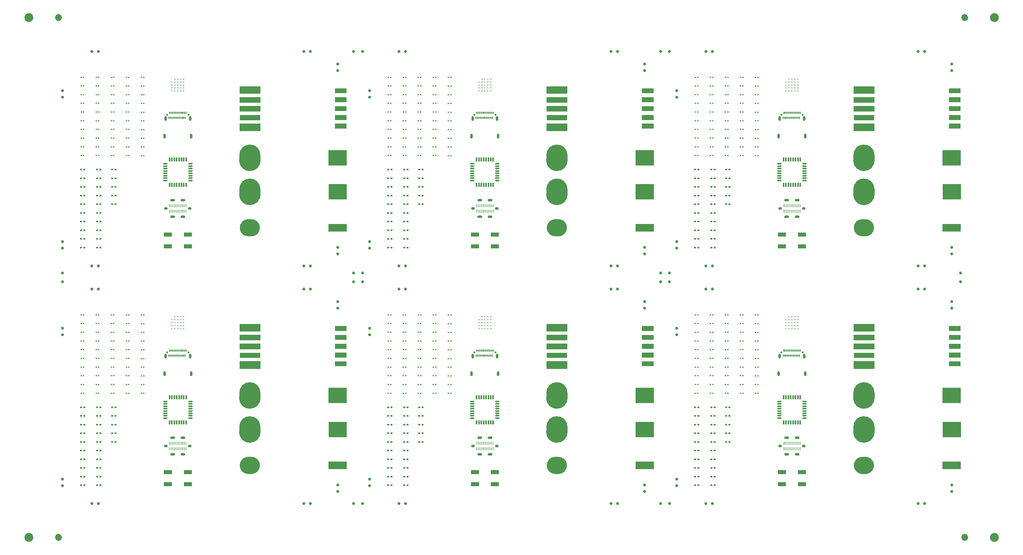
<source format=gbr>
%TF.GenerationSoftware,KiCad,Pcbnew,7.0.5*%
%TF.CreationDate,2023-07-11T12:40:00+01:00*%
%TF.ProjectId,PANELTEST141,50414e45-4c54-4455-9354-3134312e6b69,00.00*%
%TF.SameCoordinates,PX27b9fb5PYc4a79ca*%
%TF.FileFunction,Soldermask,Top*%
%TF.FilePolarity,Negative*%
%FSLAX46Y46*%
G04 Gerber Fmt 4.6, Leading zero omitted, Abs format (unit mm)*
G04 Created by KiCad (PCBNEW 7.0.5) date 2023-07-11 12:40:00*
%MOMM*%
%LPD*%
G01*
G04 APERTURE LIST*
%ADD10C,0.100000*%
%ADD11C,3.580000*%
%ADD12C,3.605000*%
%ADD13C,1.200000*%
%ADD14C,0.150000*%
%ADD15C,2.905000*%
%ADD16R,0.625000X0.400000*%
%ADD17R,1.475000X0.600000*%
%ADD18R,0.600000X1.475000*%
%ADD19C,1.000000*%
%ADD20R,0.750000X0.600000*%
%ADD21C,0.650000*%
%ADD22R,0.300000X0.700000*%
%ADD23O,0.800000X1.600000*%
%ADD24C,3.000000*%
%ADD25C,1.498600*%
%ADD26C,1.524000*%
%ADD27O,1.200000X0.900000*%
%ADD28O,1.600000X0.800000*%
%ADD29R,0.280000X1.060000*%
%ADD30C,0.355600*%
%ADD31R,2.750000X1.400000*%
G04 APERTURE END LIST*
G36*
X316479871Y151360377D02*
G01*
X320419871Y151360377D01*
X320419871Y149700377D01*
X316479871Y149700377D01*
X316479871Y151360377D01*
G37*
G36*
X314319871Y31520377D02*
G01*
X320479871Y31520377D01*
X320479871Y28960377D01*
X314319871Y28960377D01*
X314319871Y31520377D01*
G37*
G36*
X212879871Y148360377D02*
G01*
X216819871Y148360377D01*
X216819871Y146700377D01*
X212879871Y146700377D01*
X212879871Y148360377D01*
G37*
G36*
X109279871Y151360377D02*
G01*
X113219871Y151360377D01*
X113219871Y149700377D01*
X109279871Y149700377D01*
X109279871Y151360377D01*
G37*
G36*
X212879871Y74240377D02*
G01*
X216819871Y74240377D01*
X216819871Y72580377D01*
X212879871Y72580377D01*
X212879871Y74240377D01*
G37*
G36*
X107119871Y111640377D02*
G01*
X113279871Y111640377D01*
X113279871Y109080377D01*
X107119871Y109080377D01*
X107119871Y111640377D01*
G37*
G36*
X314319871Y56420377D02*
G01*
X320479871Y56420377D01*
X320479871Y51260377D01*
X314319871Y51260377D01*
X314319871Y56420377D01*
G37*
G36*
X210769871Y44940377D02*
G01*
X216929871Y44940377D01*
X216929871Y39780377D01*
X210769871Y39780377D01*
X210769871Y44940377D01*
G37*
G36*
X210769871Y125060377D02*
G01*
X216929871Y125060377D01*
X216929871Y119900377D01*
X210769871Y119900377D01*
X210769871Y125060377D01*
G37*
G36*
X109279871Y74240377D02*
G01*
X113219871Y74240377D01*
X113219871Y72580377D01*
X109279871Y72580377D01*
X109279871Y74240377D01*
G37*
G36*
X109269871Y157360377D02*
G01*
X113209871Y157360377D01*
X113209871Y155700377D01*
X109269871Y155700377D01*
X109269871Y157360377D01*
G37*
G36*
X212869871Y145460377D02*
G01*
X216809871Y145460377D01*
X216809871Y143800377D01*
X212869871Y143800377D01*
X212869871Y145460377D01*
G37*
G36*
X316469871Y157360377D02*
G01*
X320409871Y157360377D01*
X320409871Y155700377D01*
X316469871Y155700377D01*
X316469871Y157360377D01*
G37*
G36*
X210719871Y31520377D02*
G01*
X216879871Y31520377D01*
X216879871Y28960377D01*
X210719871Y28960377D01*
X210719871Y31520377D01*
G37*
G36*
X316479871Y74240377D02*
G01*
X320419871Y74240377D01*
X320419871Y72580377D01*
X316479871Y72580377D01*
X316479871Y74240377D01*
G37*
G36*
X316469871Y65340377D02*
G01*
X320409871Y65340377D01*
X320409871Y63680377D01*
X316469871Y63680377D01*
X316469871Y65340377D01*
G37*
G36*
X316479871Y68240377D02*
G01*
X320419871Y68240377D01*
X320419871Y66580377D01*
X316479871Y66580377D01*
X316479871Y68240377D01*
G37*
G36*
X316479871Y71240377D02*
G01*
X320419871Y71240377D01*
X320419871Y69580377D01*
X316479871Y69580377D01*
X316479871Y71240377D01*
G37*
G36*
X212879871Y151360377D02*
G01*
X216819871Y151360377D01*
X216819871Y149700377D01*
X212879871Y149700377D01*
X212879871Y151360377D01*
G37*
G36*
X212869871Y157360377D02*
G01*
X216809871Y157360377D01*
X216809871Y155700377D01*
X212869871Y155700377D01*
X212869871Y157360377D01*
G37*
G36*
X314319871Y136540377D02*
G01*
X320479871Y136540377D01*
X320479871Y131380377D01*
X314319871Y131380377D01*
X314319871Y136540377D01*
G37*
G36*
X109279871Y68240377D02*
G01*
X113219871Y68240377D01*
X113219871Y66580377D01*
X109279871Y66580377D01*
X109279871Y68240377D01*
G37*
G36*
X316469871Y77240377D02*
G01*
X320409871Y77240377D01*
X320409871Y75580377D01*
X316469871Y75580377D01*
X316469871Y77240377D01*
G37*
G36*
X107119871Y56420377D02*
G01*
X113279871Y56420377D01*
X113279871Y51260377D01*
X107119871Y51260377D01*
X107119871Y56420377D01*
G37*
G36*
X212879871Y154360377D02*
G01*
X216819871Y154360377D01*
X216819871Y152700377D01*
X212879871Y152700377D01*
X212879871Y154360377D01*
G37*
G36*
X109279871Y148360377D02*
G01*
X113219871Y148360377D01*
X113219871Y146700377D01*
X109279871Y146700377D01*
X109279871Y148360377D01*
G37*
G36*
X316479871Y154360377D02*
G01*
X320419871Y154360377D01*
X320419871Y152700377D01*
X316479871Y152700377D01*
X316479871Y154360377D01*
G37*
G36*
X212869871Y65340377D02*
G01*
X216809871Y65340377D01*
X216809871Y63680377D01*
X212869871Y63680377D01*
X212869871Y65340377D01*
G37*
G36*
X109269871Y145460377D02*
G01*
X113209871Y145460377D01*
X113209871Y143800377D01*
X109269871Y143800377D01*
X109269871Y145460377D01*
G37*
G36*
X210719871Y111640377D02*
G01*
X216879871Y111640377D01*
X216879871Y109080377D01*
X210719871Y109080377D01*
X210719871Y111640377D01*
G37*
G36*
X210719871Y56420377D02*
G01*
X216879871Y56420377D01*
X216879871Y51260377D01*
X210719871Y51260377D01*
X210719871Y56420377D01*
G37*
G36*
X109269871Y65340377D02*
G01*
X113209871Y65340377D01*
X113209871Y63680377D01*
X109269871Y63680377D01*
X109269871Y65340377D01*
G37*
G36*
X109279871Y154360377D02*
G01*
X113219871Y154360377D01*
X113219871Y152700377D01*
X109279871Y152700377D01*
X109279871Y154360377D01*
G37*
G36*
X109279871Y71240377D02*
G01*
X113219871Y71240377D01*
X113219871Y69580377D01*
X109279871Y69580377D01*
X109279871Y71240377D01*
G37*
G36*
X212869871Y77240377D02*
G01*
X216809871Y77240377D01*
X216809871Y75580377D01*
X212869871Y75580377D01*
X212869871Y77240377D01*
G37*
G36*
X316479871Y148360377D02*
G01*
X320419871Y148360377D01*
X320419871Y146700377D01*
X316479871Y146700377D01*
X316479871Y148360377D01*
G37*
G36*
X212879871Y71240377D02*
G01*
X216819871Y71240377D01*
X216819871Y69580377D01*
X212879871Y69580377D01*
X212879871Y71240377D01*
G37*
G36*
X107169871Y125060377D02*
G01*
X113329871Y125060377D01*
X113329871Y119900377D01*
X107169871Y119900377D01*
X107169871Y125060377D01*
G37*
G36*
X314369871Y125060377D02*
G01*
X320529871Y125060377D01*
X320529871Y119900377D01*
X314369871Y119900377D01*
X314369871Y125060377D01*
G37*
G36*
X107119871Y136540377D02*
G01*
X113279871Y136540377D01*
X113279871Y131380377D01*
X107119871Y131380377D01*
X107119871Y136540377D01*
G37*
G36*
X109269871Y77240377D02*
G01*
X113209871Y77240377D01*
X113209871Y75580377D01*
X109269871Y75580377D01*
X109269871Y77240377D01*
G37*
G36*
X314319871Y111640377D02*
G01*
X320479871Y111640377D01*
X320479871Y109080377D01*
X314319871Y109080377D01*
X314319871Y111640377D01*
G37*
G36*
X107169871Y44940377D02*
G01*
X113329871Y44940377D01*
X113329871Y39780377D01*
X107169871Y39780377D01*
X107169871Y44940377D01*
G37*
G36*
X316469871Y145460377D02*
G01*
X320409871Y145460377D01*
X320409871Y143800377D01*
X316469871Y143800377D01*
X316469871Y145460377D01*
G37*
G36*
X314369871Y44940377D02*
G01*
X320529871Y44940377D01*
X320529871Y39780377D01*
X314369871Y39780377D01*
X314369871Y44940377D01*
G37*
G36*
X210719871Y136540377D02*
G01*
X216879871Y136540377D01*
X216879871Y131380377D01*
X210719871Y131380377D01*
X210719871Y136540377D01*
G37*
G36*
X212879871Y68240377D02*
G01*
X216819871Y68240377D01*
X216819871Y66580377D01*
X212879871Y66580377D01*
X212879871Y68240377D01*
G37*
G36*
X107119871Y31520377D02*
G01*
X113279871Y31520377D01*
X113279871Y28960377D01*
X107119871Y28960377D01*
X107119871Y31520377D01*
G37*
D10*
%TO.C,TAB2*%
X77049889Y54742877D02*
X84109889Y54742877D01*
X84109889Y54742877D02*
X84109889Y52962877D01*
X84109889Y52962877D02*
X77049889Y52962877D01*
X77049889Y52962877D02*
X77049889Y54742877D01*
G36*
X77049889Y54742877D02*
G01*
X84109889Y54742877D01*
X84109889Y52962877D01*
X77049889Y52962877D01*
X77049889Y54742877D01*
G37*
D11*
X82369889Y54742877D02*
G75*
G03*
X82369889Y54742877I-1790000J0D01*
G01*
D12*
X82382389Y52962877D02*
G75*
G03*
X82382389Y52962877I-1802500J0D01*
G01*
D10*
%TO.C,TAB3*%
X180649889Y123392877D02*
X187709889Y123392877D01*
X187709889Y123392877D02*
X187709889Y121612877D01*
X187709889Y121612877D02*
X180649889Y121612877D01*
X180649889Y121612877D02*
X180649889Y123392877D01*
G36*
X180649889Y123392877D02*
G01*
X187709889Y123392877D01*
X187709889Y121612877D01*
X180649889Y121612877D01*
X180649889Y123392877D01*
G37*
D11*
X185969889Y123392877D02*
G75*
G03*
X185969889Y123392877I-1790000J0D01*
G01*
D12*
X185982389Y121612877D02*
G75*
G03*
X185982389Y121612877I-1802500J0D01*
G01*
D10*
X77049889Y43272877D02*
X84109889Y43272877D01*
X84109889Y43272877D02*
X84109889Y41492877D01*
X84109889Y41492877D02*
X77049889Y41492877D01*
X77049889Y41492877D02*
X77049889Y43272877D01*
G36*
X77049889Y43272877D02*
G01*
X84109889Y43272877D01*
X84109889Y41492877D01*
X77049889Y41492877D01*
X77049889Y43272877D01*
G37*
D11*
X82369889Y43272877D02*
G75*
G03*
X82369889Y43272877I-1790000J0D01*
G01*
D12*
X82382389Y41492877D02*
G75*
G03*
X82382389Y41492877I-1802500J0D01*
G01*
D10*
%TO.C,TAB1*%
X284379889Y68220377D02*
X291179889Y68220377D01*
X291179889Y68220377D02*
X291179889Y66560377D01*
X291179889Y66560377D02*
X284379889Y66560377D01*
X284379889Y66560377D02*
X284379889Y68220377D01*
G36*
X284379889Y68220377D02*
G01*
X291179889Y68220377D01*
X291179889Y66560377D01*
X284379889Y66560377D01*
X284379889Y68220377D01*
G37*
X291239889Y77890377D02*
X284319889Y77890377D01*
X284319889Y77890377D02*
X284319889Y75490377D01*
X284319889Y75490377D02*
X291239889Y75490377D01*
X291239889Y75490377D02*
X291239889Y77890377D01*
G36*
X291239889Y77890377D02*
G01*
X284319889Y77890377D01*
X284319889Y75490377D01*
X291239889Y75490377D01*
X291239889Y77890377D01*
G37*
X291239889Y74290377D02*
X284319889Y74290377D01*
X284319889Y74290377D02*
X284319889Y72490377D01*
X284319889Y72490377D02*
X291239889Y72490377D01*
X291239889Y72490377D02*
X291239889Y74290377D01*
G36*
X291239889Y74290377D02*
G01*
X284319889Y74290377D01*
X284319889Y72490377D01*
X291239889Y72490377D01*
X291239889Y74290377D01*
G37*
X291239889Y71290377D02*
X284319889Y71290377D01*
X284319889Y71290377D02*
X284319889Y69490377D01*
X284319889Y69490377D02*
X291239889Y69490377D01*
X291239889Y69490377D02*
X291239889Y71290377D01*
G36*
X291239889Y71290377D02*
G01*
X284319889Y71290377D01*
X284319889Y69490377D01*
X291239889Y69490377D01*
X291239889Y71290377D01*
G37*
X291249889Y65400377D02*
X284319889Y65400377D01*
X284319889Y65400377D02*
X284319889Y62890377D01*
X284319889Y62890377D02*
X291249889Y62890377D01*
X291249889Y62890377D02*
X291249889Y65400377D01*
G36*
X291249889Y65400377D02*
G01*
X284319889Y65400377D01*
X284319889Y62890377D01*
X291249889Y62890377D01*
X291249889Y65400377D01*
G37*
%TO.C,TAB2*%
X180649889Y134862877D02*
X187709889Y134862877D01*
X187709889Y134862877D02*
X187709889Y133082877D01*
X187709889Y133082877D02*
X180649889Y133082877D01*
X180649889Y133082877D02*
X180649889Y134862877D01*
G36*
X180649889Y134862877D02*
G01*
X187709889Y134862877D01*
X187709889Y133082877D01*
X180649889Y133082877D01*
X180649889Y134862877D01*
G37*
D11*
X185969889Y134862877D02*
G75*
G03*
X185969889Y134862877I-1790000J0D01*
G01*
D12*
X185982389Y133082877D02*
G75*
G03*
X185982389Y133082877I-1802500J0D01*
G01*
%TO.C,REF\u002A\u002A*%
D13*
X16599871Y181230377D02*
G75*
G03*
X16599871Y181230377I-600000J0D01*
G01*
X322399871Y181230377D02*
G75*
G03*
X322399871Y181230377I-600000J0D01*
G01*
D10*
%TO.C,TAB2*%
X284249889Y54742877D02*
X291309889Y54742877D01*
X291309889Y54742877D02*
X291309889Y52962877D01*
X291309889Y52962877D02*
X284249889Y52962877D01*
X284249889Y52962877D02*
X284249889Y54742877D01*
G36*
X284249889Y54742877D02*
G01*
X291309889Y54742877D01*
X291309889Y52962877D01*
X284249889Y52962877D01*
X284249889Y54742877D01*
G37*
D11*
X289569889Y54742877D02*
G75*
G03*
X289569889Y54742877I-1790000J0D01*
G01*
D12*
X289582389Y52962877D02*
G75*
G03*
X289582389Y52962877I-1802500J0D01*
G01*
D10*
X77049889Y134862877D02*
X84109889Y134862877D01*
X84109889Y134862877D02*
X84109889Y133082877D01*
X84109889Y133082877D02*
X77049889Y133082877D01*
X77049889Y133082877D02*
X77049889Y134862877D01*
G36*
X77049889Y134862877D02*
G01*
X84109889Y134862877D01*
X84109889Y133082877D01*
X77049889Y133082877D01*
X77049889Y134862877D01*
G37*
D11*
X82369889Y134862877D02*
G75*
G03*
X82369889Y134862877I-1790000J0D01*
G01*
D12*
X82382389Y133082877D02*
G75*
G03*
X82382389Y133082877I-1802500J0D01*
G01*
D14*
%TO.C,TAB4*%
X80049889Y113190377D02*
X81109889Y113190377D01*
X81109889Y113190377D02*
X81109889Y107530377D01*
X81109889Y107530377D02*
X80049889Y107530377D01*
X80049889Y107530377D02*
X80049889Y113190377D01*
G36*
X80049889Y113190377D02*
G01*
X81109889Y113190377D01*
X81109889Y107530377D01*
X80049889Y107530377D01*
X80049889Y113190377D01*
G37*
D15*
X81502389Y110360377D02*
G75*
G03*
X81502389Y110360377I-1452500J0D01*
G01*
X82562389Y110360377D02*
G75*
G03*
X82562389Y110360377I-1452500J0D01*
G01*
D14*
X183649889Y33070377D02*
X184709889Y33070377D01*
X184709889Y33070377D02*
X184709889Y27410377D01*
X184709889Y27410377D02*
X183649889Y27410377D01*
X183649889Y27410377D02*
X183649889Y33070377D01*
G36*
X183649889Y33070377D02*
G01*
X184709889Y33070377D01*
X184709889Y27410377D01*
X183649889Y27410377D01*
X183649889Y33070377D01*
G37*
D15*
X185102389Y30240377D02*
G75*
G03*
X185102389Y30240377I-1452500J0D01*
G01*
X186162389Y30240377D02*
G75*
G03*
X186162389Y30240377I-1452500J0D01*
G01*
D10*
%TO.C,TAB1*%
X180779889Y148340377D02*
X187579889Y148340377D01*
X187579889Y148340377D02*
X187579889Y146680377D01*
X187579889Y146680377D02*
X180779889Y146680377D01*
X180779889Y146680377D02*
X180779889Y148340377D01*
G36*
X180779889Y148340377D02*
G01*
X187579889Y148340377D01*
X187579889Y146680377D01*
X180779889Y146680377D01*
X180779889Y148340377D01*
G37*
X187639889Y158010377D02*
X180719889Y158010377D01*
X180719889Y158010377D02*
X180719889Y155610377D01*
X180719889Y155610377D02*
X187639889Y155610377D01*
X187639889Y155610377D02*
X187639889Y158010377D01*
G36*
X187639889Y158010377D02*
G01*
X180719889Y158010377D01*
X180719889Y155610377D01*
X187639889Y155610377D01*
X187639889Y158010377D01*
G37*
X187639889Y154410377D02*
X180719889Y154410377D01*
X180719889Y154410377D02*
X180719889Y152610377D01*
X180719889Y152610377D02*
X187639889Y152610377D01*
X187639889Y152610377D02*
X187639889Y154410377D01*
G36*
X187639889Y154410377D02*
G01*
X180719889Y154410377D01*
X180719889Y152610377D01*
X187639889Y152610377D01*
X187639889Y154410377D01*
G37*
X187639889Y151410377D02*
X180719889Y151410377D01*
X180719889Y151410377D02*
X180719889Y149610377D01*
X180719889Y149610377D02*
X187639889Y149610377D01*
X187639889Y149610377D02*
X187639889Y151410377D01*
G36*
X187639889Y151410377D02*
G01*
X180719889Y151410377D01*
X180719889Y149610377D01*
X187639889Y149610377D01*
X187639889Y151410377D01*
G37*
X187649889Y145520377D02*
X180719889Y145520377D01*
X180719889Y145520377D02*
X180719889Y143010377D01*
X180719889Y143010377D02*
X187649889Y143010377D01*
X187649889Y143010377D02*
X187649889Y145520377D01*
G36*
X187649889Y145520377D02*
G01*
X180719889Y145520377D01*
X180719889Y143010377D01*
X187649889Y143010377D01*
X187649889Y145520377D01*
G37*
%TO.C,REF\u002A\u002A*%
D13*
X322399871Y5990377D02*
G75*
G03*
X322399871Y5990377I-600000J0D01*
G01*
D10*
%TO.C,TAB1*%
X180779889Y68220377D02*
X187579889Y68220377D01*
X187579889Y68220377D02*
X187579889Y66560377D01*
X187579889Y66560377D02*
X180779889Y66560377D01*
X180779889Y66560377D02*
X180779889Y68220377D01*
G36*
X180779889Y68220377D02*
G01*
X187579889Y68220377D01*
X187579889Y66560377D01*
X180779889Y66560377D01*
X180779889Y68220377D01*
G37*
X187639889Y77890377D02*
X180719889Y77890377D01*
X180719889Y77890377D02*
X180719889Y75490377D01*
X180719889Y75490377D02*
X187639889Y75490377D01*
X187639889Y75490377D02*
X187639889Y77890377D01*
G36*
X187639889Y77890377D02*
G01*
X180719889Y77890377D01*
X180719889Y75490377D01*
X187639889Y75490377D01*
X187639889Y77890377D01*
G37*
X187639889Y74290377D02*
X180719889Y74290377D01*
X180719889Y74290377D02*
X180719889Y72490377D01*
X180719889Y72490377D02*
X187639889Y72490377D01*
X187639889Y72490377D02*
X187639889Y74290377D01*
G36*
X187639889Y74290377D02*
G01*
X180719889Y74290377D01*
X180719889Y72490377D01*
X187639889Y72490377D01*
X187639889Y74290377D01*
G37*
X187639889Y71290377D02*
X180719889Y71290377D01*
X180719889Y71290377D02*
X180719889Y69490377D01*
X180719889Y69490377D02*
X187639889Y69490377D01*
X187639889Y69490377D02*
X187639889Y71290377D01*
G36*
X187639889Y71290377D02*
G01*
X180719889Y71290377D01*
X180719889Y69490377D01*
X187639889Y69490377D01*
X187639889Y71290377D01*
G37*
X187649889Y65400377D02*
X180719889Y65400377D01*
X180719889Y65400377D02*
X180719889Y62890377D01*
X180719889Y62890377D02*
X187649889Y62890377D01*
X187649889Y62890377D02*
X187649889Y65400377D01*
G36*
X187649889Y65400377D02*
G01*
X180719889Y65400377D01*
X180719889Y62890377D01*
X187649889Y62890377D01*
X187649889Y65400377D01*
G37*
%TO.C,TAB3*%
X77049889Y123392877D02*
X84109889Y123392877D01*
X84109889Y123392877D02*
X84109889Y121612877D01*
X84109889Y121612877D02*
X77049889Y121612877D01*
X77049889Y121612877D02*
X77049889Y123392877D01*
G36*
X77049889Y123392877D02*
G01*
X84109889Y123392877D01*
X84109889Y121612877D01*
X77049889Y121612877D01*
X77049889Y123392877D01*
G37*
D11*
X82369889Y123392877D02*
G75*
G03*
X82369889Y123392877I-1790000J0D01*
G01*
D12*
X82382389Y121612877D02*
G75*
G03*
X82382389Y121612877I-1802500J0D01*
G01*
D10*
X284249889Y123392877D02*
X291309889Y123392877D01*
X291309889Y123392877D02*
X291309889Y121612877D01*
X291309889Y121612877D02*
X284249889Y121612877D01*
X284249889Y121612877D02*
X284249889Y123392877D01*
G36*
X284249889Y123392877D02*
G01*
X291309889Y123392877D01*
X291309889Y121612877D01*
X284249889Y121612877D01*
X284249889Y123392877D01*
G37*
D11*
X289569889Y123392877D02*
G75*
G03*
X289569889Y123392877I-1790000J0D01*
G01*
D12*
X289582389Y121612877D02*
G75*
G03*
X289582389Y121612877I-1802500J0D01*
G01*
D10*
%TO.C,TAB1*%
X77179889Y148340377D02*
X83979889Y148340377D01*
X83979889Y148340377D02*
X83979889Y146680377D01*
X83979889Y146680377D02*
X77179889Y146680377D01*
X77179889Y146680377D02*
X77179889Y148340377D01*
G36*
X77179889Y148340377D02*
G01*
X83979889Y148340377D01*
X83979889Y146680377D01*
X77179889Y146680377D01*
X77179889Y148340377D01*
G37*
X84039889Y158010377D02*
X77119889Y158010377D01*
X77119889Y158010377D02*
X77119889Y155610377D01*
X77119889Y155610377D02*
X84039889Y155610377D01*
X84039889Y155610377D02*
X84039889Y158010377D01*
G36*
X84039889Y158010377D02*
G01*
X77119889Y158010377D01*
X77119889Y155610377D01*
X84039889Y155610377D01*
X84039889Y158010377D01*
G37*
X84039889Y154410377D02*
X77119889Y154410377D01*
X77119889Y154410377D02*
X77119889Y152610377D01*
X77119889Y152610377D02*
X84039889Y152610377D01*
X84039889Y152610377D02*
X84039889Y154410377D01*
G36*
X84039889Y154410377D02*
G01*
X77119889Y154410377D01*
X77119889Y152610377D01*
X84039889Y152610377D01*
X84039889Y154410377D01*
G37*
X84039889Y151410377D02*
X77119889Y151410377D01*
X77119889Y151410377D02*
X77119889Y149610377D01*
X77119889Y149610377D02*
X84039889Y149610377D01*
X84039889Y149610377D02*
X84039889Y151410377D01*
G36*
X84039889Y151410377D02*
G01*
X77119889Y151410377D01*
X77119889Y149610377D01*
X84039889Y149610377D01*
X84039889Y151410377D01*
G37*
X84049889Y145520377D02*
X77119889Y145520377D01*
X77119889Y145520377D02*
X77119889Y143010377D01*
X77119889Y143010377D02*
X84049889Y143010377D01*
X84049889Y143010377D02*
X84049889Y145520377D01*
G36*
X84049889Y145520377D02*
G01*
X77119889Y145520377D01*
X77119889Y143010377D01*
X84049889Y143010377D01*
X84049889Y145520377D01*
G37*
%TO.C,TAB2*%
X284249889Y134862877D02*
X291309889Y134862877D01*
X291309889Y134862877D02*
X291309889Y133082877D01*
X291309889Y133082877D02*
X284249889Y133082877D01*
X284249889Y133082877D02*
X284249889Y134862877D01*
G36*
X284249889Y134862877D02*
G01*
X291309889Y134862877D01*
X291309889Y133082877D01*
X284249889Y133082877D01*
X284249889Y134862877D01*
G37*
D11*
X289569889Y134862877D02*
G75*
G03*
X289569889Y134862877I-1790000J0D01*
G01*
D12*
X289582389Y133082877D02*
G75*
G03*
X289582389Y133082877I-1802500J0D01*
G01*
D14*
%TO.C,TAB4*%
X183649889Y113190377D02*
X184709889Y113190377D01*
X184709889Y113190377D02*
X184709889Y107530377D01*
X184709889Y107530377D02*
X183649889Y107530377D01*
X183649889Y107530377D02*
X183649889Y113190377D01*
G36*
X183649889Y113190377D02*
G01*
X184709889Y113190377D01*
X184709889Y107530377D01*
X183649889Y107530377D01*
X183649889Y113190377D01*
G37*
D15*
X185102389Y110360377D02*
G75*
G03*
X185102389Y110360377I-1452500J0D01*
G01*
X186162389Y110360377D02*
G75*
G03*
X186162389Y110360377I-1452500J0D01*
G01*
D10*
%TO.C,TAB1*%
X77179889Y68220377D02*
X83979889Y68220377D01*
X83979889Y68220377D02*
X83979889Y66560377D01*
X83979889Y66560377D02*
X77179889Y66560377D01*
X77179889Y66560377D02*
X77179889Y68220377D01*
G36*
X77179889Y68220377D02*
G01*
X83979889Y68220377D01*
X83979889Y66560377D01*
X77179889Y66560377D01*
X77179889Y68220377D01*
G37*
X84039889Y77890377D02*
X77119889Y77890377D01*
X77119889Y77890377D02*
X77119889Y75490377D01*
X77119889Y75490377D02*
X84039889Y75490377D01*
X84039889Y75490377D02*
X84039889Y77890377D01*
G36*
X84039889Y77890377D02*
G01*
X77119889Y77890377D01*
X77119889Y75490377D01*
X84039889Y75490377D01*
X84039889Y77890377D01*
G37*
X84039889Y74290377D02*
X77119889Y74290377D01*
X77119889Y74290377D02*
X77119889Y72490377D01*
X77119889Y72490377D02*
X84039889Y72490377D01*
X84039889Y72490377D02*
X84039889Y74290377D01*
G36*
X84039889Y74290377D02*
G01*
X77119889Y74290377D01*
X77119889Y72490377D01*
X84039889Y72490377D01*
X84039889Y74290377D01*
G37*
X84039889Y71290377D02*
X77119889Y71290377D01*
X77119889Y71290377D02*
X77119889Y69490377D01*
X77119889Y69490377D02*
X84039889Y69490377D01*
X84039889Y69490377D02*
X84039889Y71290377D01*
G36*
X84039889Y71290377D02*
G01*
X77119889Y71290377D01*
X77119889Y69490377D01*
X84039889Y69490377D01*
X84039889Y71290377D01*
G37*
X84049889Y65400377D02*
X77119889Y65400377D01*
X77119889Y65400377D02*
X77119889Y62890377D01*
X77119889Y62890377D02*
X84049889Y62890377D01*
X84049889Y62890377D02*
X84049889Y65400377D01*
G36*
X84049889Y65400377D02*
G01*
X77119889Y65400377D01*
X77119889Y62890377D01*
X84049889Y62890377D01*
X84049889Y65400377D01*
G37*
%TO.C,TAB3*%
X180649889Y43272877D02*
X187709889Y43272877D01*
X187709889Y43272877D02*
X187709889Y41492877D01*
X187709889Y41492877D02*
X180649889Y41492877D01*
X180649889Y41492877D02*
X180649889Y43272877D01*
G36*
X180649889Y43272877D02*
G01*
X187709889Y43272877D01*
X187709889Y41492877D01*
X180649889Y41492877D01*
X180649889Y43272877D01*
G37*
D11*
X185969889Y43272877D02*
G75*
G03*
X185969889Y43272877I-1790000J0D01*
G01*
D12*
X185982389Y41492877D02*
G75*
G03*
X185982389Y41492877I-1802500J0D01*
G01*
D10*
X284249889Y43272877D02*
X291309889Y43272877D01*
X291309889Y43272877D02*
X291309889Y41492877D01*
X291309889Y41492877D02*
X284249889Y41492877D01*
X284249889Y41492877D02*
X284249889Y43272877D01*
G36*
X284249889Y43272877D02*
G01*
X291309889Y43272877D01*
X291309889Y41492877D01*
X284249889Y41492877D01*
X284249889Y43272877D01*
G37*
D11*
X289569889Y43272877D02*
G75*
G03*
X289569889Y43272877I-1790000J0D01*
G01*
D12*
X289582389Y41492877D02*
G75*
G03*
X289582389Y41492877I-1802500J0D01*
G01*
D10*
%TO.C,TAB2*%
X180649889Y54742877D02*
X187709889Y54742877D01*
X187709889Y54742877D02*
X187709889Y52962877D01*
X187709889Y52962877D02*
X180649889Y52962877D01*
X180649889Y52962877D02*
X180649889Y54742877D01*
G36*
X180649889Y54742877D02*
G01*
X187709889Y54742877D01*
X187709889Y52962877D01*
X180649889Y52962877D01*
X180649889Y54742877D01*
G37*
D11*
X185969889Y54742877D02*
G75*
G03*
X185969889Y54742877I-1790000J0D01*
G01*
D12*
X185982389Y52962877D02*
G75*
G03*
X185982389Y52962877I-1802500J0D01*
G01*
D14*
%TO.C,TAB4*%
X287249889Y113190377D02*
X288309889Y113190377D01*
X288309889Y113190377D02*
X288309889Y107530377D01*
X288309889Y107530377D02*
X287249889Y107530377D01*
X287249889Y107530377D02*
X287249889Y113190377D01*
G36*
X287249889Y113190377D02*
G01*
X288309889Y113190377D01*
X288309889Y107530377D01*
X287249889Y107530377D01*
X287249889Y113190377D01*
G37*
D15*
X288702389Y110360377D02*
G75*
G03*
X288702389Y110360377I-1452500J0D01*
G01*
X289762389Y110360377D02*
G75*
G03*
X289762389Y110360377I-1452500J0D01*
G01*
D14*
X80049889Y33070377D02*
X81109889Y33070377D01*
X81109889Y33070377D02*
X81109889Y27410377D01*
X81109889Y27410377D02*
X80049889Y27410377D01*
X80049889Y27410377D02*
X80049889Y33070377D01*
G36*
X80049889Y33070377D02*
G01*
X81109889Y33070377D01*
X81109889Y27410377D01*
X80049889Y27410377D01*
X80049889Y33070377D01*
G37*
D15*
X81502389Y30240377D02*
G75*
G03*
X81502389Y30240377I-1452500J0D01*
G01*
X82562389Y30240377D02*
G75*
G03*
X82562389Y30240377I-1452500J0D01*
G01*
D10*
%TO.C,TAB1*%
X284379889Y148340377D02*
X291179889Y148340377D01*
X291179889Y148340377D02*
X291179889Y146680377D01*
X291179889Y146680377D02*
X284379889Y146680377D01*
X284379889Y146680377D02*
X284379889Y148340377D01*
G36*
X284379889Y148340377D02*
G01*
X291179889Y148340377D01*
X291179889Y146680377D01*
X284379889Y146680377D01*
X284379889Y148340377D01*
G37*
X291239889Y158010377D02*
X284319889Y158010377D01*
X284319889Y158010377D02*
X284319889Y155610377D01*
X284319889Y155610377D02*
X291239889Y155610377D01*
X291239889Y155610377D02*
X291239889Y158010377D01*
G36*
X291239889Y158010377D02*
G01*
X284319889Y158010377D01*
X284319889Y155610377D01*
X291239889Y155610377D01*
X291239889Y158010377D01*
G37*
X291239889Y154410377D02*
X284319889Y154410377D01*
X284319889Y154410377D02*
X284319889Y152610377D01*
X284319889Y152610377D02*
X291239889Y152610377D01*
X291239889Y152610377D02*
X291239889Y154410377D01*
G36*
X291239889Y154410377D02*
G01*
X284319889Y154410377D01*
X284319889Y152610377D01*
X291239889Y152610377D01*
X291239889Y154410377D01*
G37*
X291239889Y151410377D02*
X284319889Y151410377D01*
X284319889Y151410377D02*
X284319889Y149610377D01*
X284319889Y149610377D02*
X291239889Y149610377D01*
X291239889Y149610377D02*
X291239889Y151410377D01*
G36*
X291239889Y151410377D02*
G01*
X284319889Y151410377D01*
X284319889Y149610377D01*
X291239889Y149610377D01*
X291239889Y151410377D01*
G37*
X291249889Y145520377D02*
X284319889Y145520377D01*
X284319889Y145520377D02*
X284319889Y143010377D01*
X284319889Y143010377D02*
X291249889Y143010377D01*
X291249889Y143010377D02*
X291249889Y145520377D01*
G36*
X291249889Y145520377D02*
G01*
X284319889Y145520377D01*
X284319889Y143010377D01*
X291249889Y143010377D01*
X291249889Y145520377D01*
G37*
%TO.C,REF\u002A\u002A*%
D13*
X16599871Y5990377D02*
G75*
G03*
X16599871Y5990377I-600000J0D01*
G01*
D14*
%TO.C,TAB4*%
X287249889Y33070377D02*
X288309889Y33070377D01*
X288309889Y33070377D02*
X288309889Y27410377D01*
X288309889Y27410377D02*
X287249889Y27410377D01*
X287249889Y27410377D02*
X287249889Y33070377D01*
G36*
X287249889Y33070377D02*
G01*
X288309889Y33070377D01*
X288309889Y27410377D01*
X287249889Y27410377D01*
X287249889Y33070377D01*
G37*
D15*
X288702389Y30240377D02*
G75*
G03*
X288702389Y30240377I-1452500J0D01*
G01*
X289762389Y30240377D02*
G75*
G03*
X289762389Y30240377I-1452500J0D01*
G01*
%TD*%
D16*
%TO.C,R2*%
X23683109Y78054079D03*
X24507109Y78054079D03*
%TD*%
%TO.C,R40*%
X142520679Y134710377D03*
X143344679Y134710377D03*
%TD*%
D17*
%TO.C,IC1*%
X259253489Y131907041D03*
X259253489Y131107041D03*
X259253489Y130307041D03*
X259253489Y129507041D03*
X259253489Y128707041D03*
X259253489Y127907041D03*
X259253489Y127107041D03*
X259253489Y126307041D03*
D18*
X260691489Y124869041D03*
X261491489Y124869041D03*
X262291489Y124869041D03*
X263091489Y124869041D03*
X263891489Y124869041D03*
X264691489Y124869041D03*
X265491489Y124869041D03*
X266291489Y124869041D03*
D17*
X267729489Y126307041D03*
X267729489Y127107041D03*
X267729489Y127907041D03*
X267729489Y128707041D03*
X267729489Y129507041D03*
X267729489Y130307041D03*
X267729489Y131107041D03*
X267729489Y131907041D03*
D18*
X266291489Y133345041D03*
X265491489Y133345041D03*
X264691489Y133345041D03*
X263891489Y133345041D03*
X263091489Y133345041D03*
X262291489Y133345041D03*
X261491489Y133345041D03*
X260691489Y133345041D03*
%TD*%
D19*
%TO.C,REF\u002A\u002A*%
X110199871Y165580377D03*
%TD*%
D16*
%TO.C,R37*%
X38920679Y63389269D03*
X39744679Y63389269D03*
%TD*%
D19*
%TO.C,REF\u002A\u002A*%
X202449871Y169830377D03*
%TD*%
D16*
%TO.C,R27*%
X33841489Y143509269D03*
X34665489Y143509269D03*
%TD*%
D20*
%TO.C,R108*%
X127229871Y109530377D03*
X128329871Y109530377D03*
%TD*%
D16*
%TO.C,R44*%
X43999871Y72146301D03*
X44823871Y72146301D03*
%TD*%
%TO.C,R36*%
X246120679Y66322231D03*
X246944679Y66322231D03*
%TD*%
%TO.C,R6*%
X230883109Y146442231D03*
X231707109Y146442231D03*
%TD*%
%TO.C,R37*%
X142520679Y143509269D03*
X143344679Y143509269D03*
%TD*%
%TO.C,R14*%
X132362299Y72188155D03*
X133186299Y72188155D03*
%TD*%
D19*
%TO.C,REF\u002A\u002A*%
X120999871Y25590377D03*
%TD*%
D21*
%TO.C,J1*%
X52691489Y68327035D03*
X59891489Y68327035D03*
D22*
X53541489Y68987035D03*
X54041489Y68987035D03*
X54541489Y68987035D03*
X55041489Y68987035D03*
X55541489Y68987035D03*
X56041489Y68987035D03*
X56541489Y68987035D03*
X57041489Y68987035D03*
X57541489Y68987035D03*
X58041489Y68987035D03*
X58541489Y68987035D03*
X59041489Y68987035D03*
X58791489Y67287035D03*
X58291489Y67287035D03*
X57791489Y67287035D03*
X57291489Y67287035D03*
X56791489Y67287035D03*
X56291489Y67287035D03*
X55791489Y67287035D03*
X55291489Y67287035D03*
X54791489Y67287035D03*
X54291489Y67287035D03*
X53791489Y67287035D03*
X53291489Y67287035D03*
D23*
X52161489Y67077035D03*
X60421489Y67077035D03*
X60781489Y61127035D03*
X51801489Y61127035D03*
%TD*%
D16*
%TO.C,R39*%
X142520679Y137643345D03*
X143344679Y137643345D03*
%TD*%
%TO.C,R21*%
X241041489Y161107041D03*
X241865489Y161107041D03*
%TD*%
D19*
%TO.C,REF\u002A\u002A*%
X120999871Y76480377D03*
%TD*%
%TO.C,REF\u002A\u002A*%
X219199871Y92110377D03*
%TD*%
D16*
%TO.C,R44*%
X43999871Y152266301D03*
X44823871Y152266301D03*
%TD*%
D20*
%TO.C,R108*%
X23629871Y29410377D03*
X24729871Y29410377D03*
%TD*%
%TO.C,R116*%
X236269871Y115370377D03*
X237369871Y115370377D03*
%TD*%
%TO.C,R125*%
X34116633Y38170377D03*
X35216633Y38170377D03*
%TD*%
D16*
%TO.C,R7*%
X127283109Y143509269D03*
X128107109Y143509269D03*
%TD*%
%TO.C,R29*%
X137441489Y137643345D03*
X138265489Y137643345D03*
%TD*%
%TO.C,R40*%
X38920679Y134710377D03*
X39744679Y134710377D03*
%TD*%
D17*
%TO.C,IC1*%
X52053489Y131907041D03*
X52053489Y131107041D03*
X52053489Y130307041D03*
X52053489Y129507041D03*
X52053489Y128707041D03*
X52053489Y127907041D03*
X52053489Y127107041D03*
X52053489Y126307041D03*
D18*
X53491489Y124869041D03*
X54291489Y124869041D03*
X55091489Y124869041D03*
X55891489Y124869041D03*
X56691489Y124869041D03*
X57491489Y124869041D03*
X58291489Y124869041D03*
X59091489Y124869041D03*
D17*
X60529489Y126307041D03*
X60529489Y127107041D03*
X60529489Y127907041D03*
X60529489Y128707041D03*
X60529489Y129507041D03*
X60529489Y130307041D03*
X60529489Y131107041D03*
X60529489Y131907041D03*
D18*
X59091489Y133345041D03*
X58291489Y133345041D03*
X57491489Y133345041D03*
X56691489Y133345041D03*
X55891489Y133345041D03*
X55091489Y133345041D03*
X54291489Y133345041D03*
X53491489Y133345041D03*
%TD*%
D16*
%TO.C,R21*%
X33841489Y161107041D03*
X34665489Y161107041D03*
%TD*%
%TO.C,R11*%
X132362299Y161107041D03*
X133186299Y161107041D03*
%TD*%
%TO.C,R42*%
X43999871Y158132225D03*
X44823871Y158132225D03*
%TD*%
D24*
%TO.C,REF\u002A\u002A*%
X5999871Y181230377D03*
%TD*%
D16*
%TO.C,R17*%
X28762299Y63389269D03*
X29586299Y63389269D03*
%TD*%
%TO.C,R18*%
X28762299Y140576307D03*
X29586299Y140576307D03*
%TD*%
D20*
%TO.C,R121*%
X137719871Y49850377D03*
X138819871Y49850377D03*
%TD*%
D16*
%TO.C,R36*%
X38920679Y146442231D03*
X39744679Y146442231D03*
%TD*%
%TO.C,R19*%
X132362299Y57523345D03*
X133186299Y57523345D03*
%TD*%
%TO.C,R38*%
X142520679Y140576307D03*
X143344679Y140576307D03*
%TD*%
D20*
%TO.C,R105*%
X23629871Y118290377D03*
X24729871Y118290377D03*
%TD*%
D19*
%TO.C,REF\u002A\u002A*%
X213799871Y103760377D03*
%TD*%
D16*
%TO.C,R23*%
X137441489Y75121117D03*
X138265489Y75121117D03*
%TD*%
D17*
%TO.C,IC1*%
X259253489Y51787041D03*
X259253489Y50987041D03*
X259253489Y50187041D03*
X259253489Y49387041D03*
X259253489Y48587041D03*
X259253489Y47787041D03*
X259253489Y46987041D03*
X259253489Y46187041D03*
D18*
X260691489Y44749041D03*
X261491489Y44749041D03*
X262291489Y44749041D03*
X263091489Y44749041D03*
X263891489Y44749041D03*
X264691489Y44749041D03*
X265491489Y44749041D03*
X266291489Y44749041D03*
D17*
X267729489Y46187041D03*
X267729489Y46987041D03*
X267729489Y47787041D03*
X267729489Y48587041D03*
X267729489Y49387041D03*
X267729489Y50187041D03*
X267729489Y50987041D03*
X267729489Y51787041D03*
D18*
X266291489Y53225041D03*
X265491489Y53225041D03*
X264691489Y53225041D03*
X263891489Y53225041D03*
X263091489Y53225041D03*
X262291489Y53225041D03*
X261491489Y53225041D03*
X260691489Y53225041D03*
%TD*%
D19*
%TO.C,REF\u002A\u002A*%
X120999871Y156600377D03*
%TD*%
D16*
%TO.C,R48*%
X251199871Y140534453D03*
X252023871Y140534453D03*
%TD*%
%TO.C,R41*%
X43999871Y80945187D03*
X44823871Y80945187D03*
%TD*%
%TO.C,R39*%
X142520679Y57523345D03*
X143344679Y57523345D03*
%TD*%
D20*
%TO.C,R102*%
X23629871Y127050377D03*
X24729871Y127050377D03*
%TD*%
D16*
%TO.C,R19*%
X28762299Y137643345D03*
X29586299Y137643345D03*
%TD*%
D19*
%TO.C,REF\u002A\u002A*%
X222199871Y169830377D03*
%TD*%
D16*
%TO.C,R43*%
X147599871Y75079263D03*
X148423871Y75079263D03*
%TD*%
%TO.C,R46*%
X251199871Y146400377D03*
X252023871Y146400377D03*
%TD*%
%TO.C,R13*%
X132362299Y75121117D03*
X133186299Y75121117D03*
%TD*%
%TO.C,R49*%
X147599871Y57481491D03*
X148423871Y57481491D03*
%TD*%
D20*
%TO.C,R106*%
X127229871Y35250377D03*
X128329871Y35250377D03*
%TD*%
D16*
%TO.C,R23*%
X137441489Y155241117D03*
X138265489Y155241117D03*
%TD*%
D20*
%TO.C,R114*%
X29069871Y121210377D03*
X30169871Y121210377D03*
%TD*%
D19*
%TO.C,REF\u002A\u002A*%
X224599871Y156600377D03*
%TD*%
D16*
%TO.C,R42*%
X43999871Y78012225D03*
X44823871Y78012225D03*
%TD*%
%TO.C,R45*%
X251199871Y149333339D03*
X252023871Y149333339D03*
%TD*%
%TO.C,R22*%
X137441489Y78054079D03*
X138265489Y78054079D03*
%TD*%
D20*
%TO.C,R120*%
X132669871Y23570377D03*
X133769871Y23570377D03*
%TD*%
D16*
%TO.C,R31*%
X246120679Y80987041D03*
X246944679Y80987041D03*
%TD*%
%TO.C,R13*%
X235962299Y75121117D03*
X236786299Y75121117D03*
%TD*%
%TO.C,R20*%
X132362299Y54590377D03*
X133186299Y54590377D03*
%TD*%
D20*
%TO.C,R109*%
X23629871Y26490377D03*
X24729871Y26490377D03*
%TD*%
%TO.C,R114*%
X29069871Y41090377D03*
X30169871Y41090377D03*
%TD*%
%TO.C,R115*%
X29069871Y38170377D03*
X30169871Y38170377D03*
%TD*%
%TO.C,R102*%
X127229871Y127050377D03*
X128329871Y127050377D03*
%TD*%
D19*
%TO.C,REF\u002A\u002A*%
X17399871Y103510377D03*
%TD*%
D16*
%TO.C,R7*%
X230883109Y143509269D03*
X231707109Y143509269D03*
%TD*%
%TO.C,R27*%
X241041489Y63389269D03*
X241865489Y63389269D03*
%TD*%
%TO.C,R20*%
X235962299Y54590377D03*
X236786299Y54590377D03*
%TD*%
%TO.C,R48*%
X147599871Y140534453D03*
X148423871Y140534453D03*
%TD*%
D20*
%TO.C,R121*%
X137719871Y129970377D03*
X138819871Y129970377D03*
%TD*%
D16*
%TO.C,R41*%
X147599871Y80945187D03*
X148423871Y80945187D03*
%TD*%
D19*
%TO.C,REF\u002A\u002A*%
X219199871Y95110377D03*
%TD*%
D16*
%TO.C,R38*%
X142520679Y60456307D03*
X143344679Y60456307D03*
%TD*%
%TO.C,R19*%
X132362299Y137643345D03*
X133186299Y137643345D03*
%TD*%
D21*
%TO.C,J1*%
X259891489Y68327035D03*
X267091489Y68327035D03*
D22*
X260741489Y68987035D03*
X261241489Y68987035D03*
X261741489Y68987035D03*
X262241489Y68987035D03*
X262741489Y68987035D03*
X263241489Y68987035D03*
X263741489Y68987035D03*
X264241489Y68987035D03*
X264741489Y68987035D03*
X265241489Y68987035D03*
X265741489Y68987035D03*
X266241489Y68987035D03*
X265991489Y67287035D03*
X265491489Y67287035D03*
X264991489Y67287035D03*
X264491489Y67287035D03*
X263991489Y67287035D03*
X263491489Y67287035D03*
X262991489Y67287035D03*
X262491489Y67287035D03*
X261991489Y67287035D03*
X261491489Y67287035D03*
X260991489Y67287035D03*
X260491489Y67287035D03*
D23*
X259361489Y67077035D03*
X267621489Y67077035D03*
X267981489Y61127035D03*
X259001489Y61127035D03*
%TD*%
D16*
%TO.C,R15*%
X235962299Y69255193D03*
X236786299Y69255193D03*
%TD*%
D20*
%TO.C,R117*%
X132669871Y112450377D03*
X133769871Y112450377D03*
%TD*%
%TO.C,R120*%
X132669871Y103690377D03*
X133769871Y103690377D03*
%TD*%
%TO.C,R110*%
X230829871Y23570377D03*
X231929871Y23570377D03*
%TD*%
D19*
%TO.C,REF\u002A\u002A*%
X101049871Y97510377D03*
%TD*%
%TO.C,REF\u002A\u002A*%
X213799871Y83260377D03*
%TD*%
D21*
%TO.C,J1*%
X156291489Y68327035D03*
X163491489Y68327035D03*
D22*
X157141489Y68987035D03*
X157641489Y68987035D03*
X158141489Y68987035D03*
X158641489Y68987035D03*
X159141489Y68987035D03*
X159641489Y68987035D03*
X160141489Y68987035D03*
X160641489Y68987035D03*
X161141489Y68987035D03*
X161641489Y68987035D03*
X162141489Y68987035D03*
X162641489Y68987035D03*
X162391489Y67287035D03*
X161891489Y67287035D03*
X161391489Y67287035D03*
X160891489Y67287035D03*
X160391489Y67287035D03*
X159891489Y67287035D03*
X159391489Y67287035D03*
X158891489Y67287035D03*
X158391489Y67287035D03*
X157891489Y67287035D03*
X157391489Y67287035D03*
X156891489Y67287035D03*
D23*
X155761489Y67077035D03*
X164021489Y67077035D03*
X164381489Y61127035D03*
X155401489Y61127035D03*
%TD*%
D20*
%TO.C,R104*%
X127229871Y121210377D03*
X128329871Y121210377D03*
%TD*%
D16*
%TO.C,R43*%
X43999871Y155199263D03*
X44823871Y155199263D03*
%TD*%
%TO.C,R18*%
X132362299Y60456307D03*
X133186299Y60456307D03*
%TD*%
D20*
%TO.C,R105*%
X127229871Y38170377D03*
X128329871Y38170377D03*
%TD*%
%TO.C,R103*%
X23629871Y44010377D03*
X24729871Y44010377D03*
%TD*%
%TO.C,R125*%
X241316633Y118290377D03*
X242416633Y118290377D03*
%TD*%
D16*
%TO.C,R23*%
X33841489Y75121117D03*
X34665489Y75121117D03*
%TD*%
D20*
%TO.C,R114*%
X236269871Y121210377D03*
X237369871Y121210377D03*
%TD*%
D19*
%TO.C,REF\u002A\u002A*%
X115599871Y92110377D03*
%TD*%
%TO.C,REF\u002A\u002A*%
X234469871Y89710377D03*
%TD*%
%TO.C,REF\u002A\u002A*%
X317399871Y23640377D03*
%TD*%
D20*
%TO.C,R105*%
X23629871Y38170377D03*
X24729871Y38170377D03*
%TD*%
D16*
%TO.C,R17*%
X235962299Y63389269D03*
X236786299Y63389269D03*
%TD*%
%TO.C,R11*%
X132362299Y80987041D03*
X133186299Y80987041D03*
%TD*%
D19*
%TO.C,REF\u002A\u002A*%
X133069871Y97510377D03*
%TD*%
%TO.C,REF\u002A\u002A*%
X213799871Y21440377D03*
%TD*%
D16*
%TO.C,R8*%
X127283109Y60456307D03*
X128107109Y60456307D03*
%TD*%
D20*
%TO.C,R114*%
X132669871Y41090377D03*
X133769871Y41090377D03*
%TD*%
D19*
%TO.C,REF\u002A\u002A*%
X236669871Y97510377D03*
%TD*%
D20*
%TO.C,R111*%
X236269871Y129970377D03*
X237369871Y129970377D03*
%TD*%
D16*
%TO.C,R6*%
X23683109Y146442231D03*
X24507109Y146442231D03*
%TD*%
%TO.C,R13*%
X132362299Y155241117D03*
X133186299Y155241117D03*
%TD*%
%TO.C,R33*%
X246120679Y75121117D03*
X246944679Y75121117D03*
%TD*%
%TO.C,R39*%
X38920679Y137643345D03*
X39744679Y137643345D03*
%TD*%
D25*
%TO.C,TAB1*%
X285214889Y76450377D03*
X285214889Y73410377D03*
X285214889Y70380377D03*
X285214889Y67380377D03*
X285214889Y64510377D03*
D26*
X286879889Y76450377D03*
X286879889Y73410377D03*
X286879889Y70380377D03*
X286879889Y67380377D03*
X286879889Y64510377D03*
X288679889Y76450377D03*
X288679889Y73410377D03*
X288679889Y70380377D03*
X288679889Y67380377D03*
X288679889Y64510377D03*
D25*
X290344889Y76450377D03*
X290344889Y73410377D03*
X290344889Y70380377D03*
X290344889Y67380377D03*
X290344889Y64510377D03*
%TD*%
D16*
%TO.C,R6*%
X23683109Y66322231D03*
X24507109Y66322231D03*
%TD*%
%TO.C,R4*%
X230883109Y72188155D03*
X231707109Y72188155D03*
%TD*%
D19*
%TO.C,REF\u002A\u002A*%
X317399871Y163380377D03*
%TD*%
D20*
%TO.C,R105*%
X230829871Y118290377D03*
X231929871Y118290377D03*
%TD*%
D16*
%TO.C,R9*%
X23683109Y57523345D03*
X24507109Y57523345D03*
%TD*%
%TO.C,R42*%
X147599871Y158132225D03*
X148423871Y158132225D03*
%TD*%
D19*
%TO.C,REF\u002A\u002A*%
X224599871Y105710377D03*
%TD*%
%TO.C,REF\u002A\u002A*%
X213799871Y85460377D03*
%TD*%
D20*
%TO.C,R104*%
X127229871Y41090377D03*
X128329871Y41090377D03*
%TD*%
D16*
%TO.C,R17*%
X235962299Y143509269D03*
X236786299Y143509269D03*
%TD*%
%TO.C,R46*%
X147599871Y146400377D03*
X148423871Y146400377D03*
%TD*%
D20*
%TO.C,R118*%
X132669871Y109530377D03*
X133769871Y109530377D03*
%TD*%
%TO.C,R108*%
X230829871Y109530377D03*
X231929871Y109530377D03*
%TD*%
D16*
%TO.C,R32*%
X142520679Y78054079D03*
X143344679Y78054079D03*
%TD*%
%TO.C,R49*%
X43999871Y57481491D03*
X44823871Y57481491D03*
%TD*%
%TO.C,R25*%
X241041489Y149375193D03*
X241865489Y149375193D03*
%TD*%
%TO.C,R15*%
X235962299Y149375193D03*
X236786299Y149375193D03*
%TD*%
%TO.C,R9*%
X127283109Y137643345D03*
X128107109Y137643345D03*
%TD*%
D20*
%TO.C,R123*%
X241316633Y44010377D03*
X242416633Y44010377D03*
%TD*%
%TO.C,R117*%
X29069871Y32330377D03*
X30169871Y32330377D03*
%TD*%
D16*
%TO.C,R4*%
X127283109Y72188155D03*
X128107109Y72188155D03*
%TD*%
%TO.C,R4*%
X127283109Y152308155D03*
X128107109Y152308155D03*
%TD*%
D19*
%TO.C,REF\u002A\u002A*%
X222199871Y95110377D03*
%TD*%
D16*
%TO.C,R35*%
X246120679Y149375193D03*
X246944679Y149375193D03*
%TD*%
%TO.C,R45*%
X147599871Y149333339D03*
X148423871Y149333339D03*
%TD*%
%TO.C,R12*%
X132362299Y158174079D03*
X133186299Y158174079D03*
%TD*%
D27*
%TO.C,J2*%
X155881497Y116867041D03*
D28*
X158141489Y119667041D03*
X158141489Y114067041D03*
X161641489Y119667041D03*
X161641489Y114067041D03*
D27*
X163901481Y116867041D03*
D29*
X162641484Y117797039D03*
X162141485Y117797039D03*
X161641486Y117797039D03*
X161141487Y117797039D03*
X160641488Y117797039D03*
X160141489Y117797039D03*
X159641489Y117797039D03*
X159141490Y117797039D03*
X158641491Y117797039D03*
X158141492Y117797039D03*
X157641493Y117797039D03*
X157141494Y117797039D03*
X157141494Y115937043D03*
X157641493Y115937043D03*
X158141492Y115937043D03*
X158641491Y115937043D03*
X159141490Y115937043D03*
X159641489Y115937043D03*
X160141489Y115937043D03*
X160641488Y115937043D03*
X161141487Y115937043D03*
X161641486Y115937043D03*
X162141485Y115937043D03*
X162641484Y115937043D03*
%TD*%
D16*
%TO.C,R45*%
X251199871Y69213339D03*
X252023871Y69213339D03*
%TD*%
D20*
%TO.C,R102*%
X23629871Y46930377D03*
X24729871Y46930377D03*
%TD*%
D16*
%TO.C,R18*%
X28762299Y60456307D03*
X29586299Y60456307D03*
%TD*%
D19*
%TO.C,REF\u002A\u002A*%
X224599871Y76480377D03*
%TD*%
D16*
%TO.C,R2*%
X23683109Y158174079D03*
X24507109Y158174079D03*
%TD*%
D27*
%TO.C,J2*%
X52281497Y116867041D03*
D28*
X54541489Y119667041D03*
X54541489Y114067041D03*
X58041489Y119667041D03*
X58041489Y114067041D03*
D27*
X60301481Y116867041D03*
D29*
X59041484Y117797039D03*
X58541485Y117797039D03*
X58041486Y117797039D03*
X57541487Y117797039D03*
X57041488Y117797039D03*
X56541489Y117797039D03*
X56041489Y117797039D03*
X55541490Y117797039D03*
X55041491Y117797039D03*
X54541492Y117797039D03*
X54041493Y117797039D03*
X53541494Y117797039D03*
X53541494Y115937043D03*
X54041493Y115937043D03*
X54541492Y115937043D03*
X55041491Y115937043D03*
X55541490Y115937043D03*
X56041489Y115937043D03*
X56541489Y115937043D03*
X57041488Y115937043D03*
X57541487Y115937043D03*
X58041486Y115937043D03*
X58541485Y115937043D03*
X59041484Y115937043D03*
%TD*%
D20*
%TO.C,R113*%
X132669871Y124130377D03*
X133769871Y124130377D03*
%TD*%
%TO.C,R124*%
X241316633Y121210377D03*
X242416633Y121210377D03*
%TD*%
D16*
%TO.C,R24*%
X241041489Y72188155D03*
X241865489Y72188155D03*
%TD*%
D27*
%TO.C,J2*%
X52281497Y36747041D03*
D28*
X54541489Y39547041D03*
X54541489Y33947041D03*
X58041489Y39547041D03*
X58041489Y33947041D03*
D27*
X60301481Y36747041D03*
D29*
X59041484Y37677039D03*
X58541485Y37677039D03*
X58041486Y37677039D03*
X57541487Y37677039D03*
X57041488Y37677039D03*
X56541489Y37677039D03*
X56041489Y37677039D03*
X55541490Y37677039D03*
X55041491Y37677039D03*
X54541492Y37677039D03*
X54041493Y37677039D03*
X53541494Y37677039D03*
X53541494Y35817043D03*
X54041493Y35817043D03*
X54541492Y35817043D03*
X55041491Y35817043D03*
X55541490Y35817043D03*
X56041489Y35817043D03*
X56541489Y35817043D03*
X57041488Y35817043D03*
X57541487Y35817043D03*
X58041486Y35817043D03*
X58541485Y35817043D03*
X59041484Y35817043D03*
%TD*%
D16*
%TO.C,R16*%
X28762299Y146442231D03*
X29586299Y146442231D03*
%TD*%
D20*
%TO.C,R112*%
X29069871Y127050377D03*
X30169871Y127050377D03*
%TD*%
%TO.C,R104*%
X230829871Y41090377D03*
X231929871Y41090377D03*
%TD*%
D16*
%TO.C,R34*%
X142520679Y72188155D03*
X143344679Y72188155D03*
%TD*%
D20*
%TO.C,R121*%
X241319871Y49850377D03*
X242419871Y49850377D03*
%TD*%
%TO.C,R112*%
X236269871Y46930377D03*
X237369871Y46930377D03*
%TD*%
D16*
%TO.C,R26*%
X137441489Y146442231D03*
X138265489Y146442231D03*
%TD*%
%TO.C,R50*%
X147599871Y134668523D03*
X148423871Y134668523D03*
%TD*%
%TO.C,R6*%
X127283109Y66322231D03*
X128107109Y66322231D03*
%TD*%
D19*
%TO.C,REF\u002A\u002A*%
X98849871Y169830377D03*
%TD*%
D16*
%TO.C,R31*%
X142520679Y161107041D03*
X143344679Y161107041D03*
%TD*%
D30*
%TO.C,IC2*%
X55291491Y160477035D03*
X56291489Y160477035D03*
X57291487Y160477035D03*
X58291485Y160477035D03*
X54291493Y159477037D03*
X55291491Y159477037D03*
X56291489Y159477037D03*
X57291487Y159477037D03*
X58291485Y159477037D03*
X54291493Y158477039D03*
X55291491Y158477039D03*
X56291489Y158477039D03*
X57291487Y158477039D03*
X58291485Y158477039D03*
X54291493Y157477041D03*
X55291491Y157477041D03*
X56291489Y157477041D03*
X57291487Y157477041D03*
X58291485Y157477041D03*
X54291493Y156477043D03*
X55291491Y156477043D03*
X56291489Y156477043D03*
X57291487Y156477043D03*
X58291485Y156477043D03*
%TD*%
D19*
%TO.C,REF\u002A\u002A*%
X17399871Y23390377D03*
%TD*%
D16*
%TO.C,R6*%
X230883109Y66322231D03*
X231707109Y66322231D03*
%TD*%
D19*
%TO.C,REF\u002A\u002A*%
X224599871Y103510377D03*
%TD*%
D16*
%TO.C,R25*%
X241041489Y69255193D03*
X241865489Y69255193D03*
%TD*%
D31*
%TO.C,SW1*%
X260116495Y108067037D03*
X266866482Y108067037D03*
X260116495Y104067045D03*
X266866482Y104067045D03*
%TD*%
D20*
%TO.C,R107*%
X230829871Y112450377D03*
X231929871Y112450377D03*
%TD*%
D19*
%TO.C,REF\u002A\u002A*%
X213799871Y23640377D03*
%TD*%
%TO.C,REF\u002A\u002A*%
X98849871Y97510377D03*
%TD*%
D20*
%TO.C,R123*%
X34116633Y44010377D03*
X35216633Y44010377D03*
%TD*%
D16*
%TO.C,R42*%
X251199871Y78012225D03*
X252023871Y78012225D03*
%TD*%
%TO.C,R4*%
X23683109Y152308155D03*
X24507109Y152308155D03*
%TD*%
%TO.C,R31*%
X38920679Y161107041D03*
X39744679Y161107041D03*
%TD*%
%TO.C,R37*%
X142520679Y63389269D03*
X143344679Y63389269D03*
%TD*%
%TO.C,R8*%
X23683109Y60456307D03*
X24507109Y60456307D03*
%TD*%
D19*
%TO.C,REF\u002A\u002A*%
X118599871Y95110377D03*
%TD*%
D16*
%TO.C,R42*%
X251199871Y158132225D03*
X252023871Y158132225D03*
%TD*%
%TO.C,R41*%
X251199871Y161065187D03*
X252023871Y161065187D03*
%TD*%
D20*
%TO.C,R118*%
X29069871Y109530377D03*
X30169871Y109530377D03*
%TD*%
D16*
%TO.C,R21*%
X137441489Y80987041D03*
X138265489Y80987041D03*
%TD*%
%TO.C,R28*%
X33841489Y140576307D03*
X34665489Y140576307D03*
%TD*%
D20*
%TO.C,R117*%
X29069871Y112450377D03*
X30169871Y112450377D03*
%TD*%
D19*
%TO.C,REF\u002A\u002A*%
X133069871Y17390377D03*
%TD*%
D16*
%TO.C,R30*%
X137441489Y54590377D03*
X138265489Y54590377D03*
%TD*%
D20*
%TO.C,R104*%
X230829871Y121210377D03*
X231929871Y121210377D03*
%TD*%
D16*
%TO.C,R46*%
X147599871Y66280377D03*
X148423871Y66280377D03*
%TD*%
D19*
%TO.C,REF\u002A\u002A*%
X101049871Y89710377D03*
%TD*%
D16*
%TO.C,R8*%
X127283109Y140576307D03*
X128107109Y140576307D03*
%TD*%
D19*
%TO.C,REF\u002A\u002A*%
X222199871Y17390377D03*
%TD*%
D21*
%TO.C,J1*%
X259891489Y148447035D03*
X267091489Y148447035D03*
D22*
X260741489Y149107035D03*
X261241489Y149107035D03*
X261741489Y149107035D03*
X262241489Y149107035D03*
X262741489Y149107035D03*
X263241489Y149107035D03*
X263741489Y149107035D03*
X264241489Y149107035D03*
X264741489Y149107035D03*
X265241489Y149107035D03*
X265741489Y149107035D03*
X266241489Y149107035D03*
X265991489Y147407035D03*
X265491489Y147407035D03*
X264991489Y147407035D03*
X264491489Y147407035D03*
X263991489Y147407035D03*
X263491489Y147407035D03*
X262991489Y147407035D03*
X262491489Y147407035D03*
X261991489Y147407035D03*
X261491489Y147407035D03*
X260991489Y147407035D03*
X260491489Y147407035D03*
D23*
X259361489Y147197035D03*
X267621489Y147197035D03*
X267981489Y141247035D03*
X259001489Y141247035D03*
%TD*%
D16*
%TO.C,R38*%
X246120679Y140576307D03*
X246944679Y140576307D03*
%TD*%
D20*
%TO.C,R119*%
X132669871Y106610377D03*
X133769871Y106610377D03*
%TD*%
D16*
%TO.C,R1*%
X230883109Y80987041D03*
X231707109Y80987041D03*
%TD*%
D20*
%TO.C,R120*%
X236269871Y103690377D03*
X237369871Y103690377D03*
%TD*%
%TO.C,R103*%
X230829871Y44010377D03*
X231929871Y44010377D03*
%TD*%
D16*
%TO.C,R3*%
X127283109Y75121117D03*
X128107109Y75121117D03*
%TD*%
D20*
%TO.C,R103*%
X23629871Y124130377D03*
X24729871Y124130377D03*
%TD*%
D16*
%TO.C,R33*%
X38920679Y75121117D03*
X39744679Y75121117D03*
%TD*%
%TO.C,R22*%
X137441489Y158174079D03*
X138265489Y158174079D03*
%TD*%
D20*
%TO.C,R122*%
X34116633Y127050377D03*
X35216633Y127050377D03*
%TD*%
D19*
%TO.C,REF\u002A\u002A*%
X204649871Y169830377D03*
%TD*%
D16*
%TO.C,R28*%
X241041489Y60456307D03*
X241865489Y60456307D03*
%TD*%
%TO.C,R43*%
X251199871Y75079263D03*
X252023871Y75079263D03*
%TD*%
D19*
%TO.C,REF\u002A\u002A*%
X17399871Y74280377D03*
%TD*%
D16*
%TO.C,R38*%
X38920679Y140576307D03*
X39744679Y140576307D03*
%TD*%
%TO.C,R49*%
X251199871Y57481491D03*
X252023871Y57481491D03*
%TD*%
%TO.C,R25*%
X137441489Y69255193D03*
X138265489Y69255193D03*
%TD*%
%TO.C,R17*%
X28762299Y143509269D03*
X29586299Y143509269D03*
%TD*%
%TO.C,R5*%
X23683109Y69255193D03*
X24507109Y69255193D03*
%TD*%
D19*
%TO.C,REF\u002A\u002A*%
X224599871Y74280377D03*
%TD*%
D16*
%TO.C,R5*%
X127283109Y69255193D03*
X128107109Y69255193D03*
%TD*%
%TO.C,R35*%
X246120679Y69255193D03*
X246944679Y69255193D03*
%TD*%
%TO.C,R9*%
X23683109Y137643345D03*
X24507109Y137643345D03*
%TD*%
D30*
%TO.C,IC2*%
X262491491Y160477035D03*
X263491489Y160477035D03*
X264491487Y160477035D03*
X265491485Y160477035D03*
X261491493Y159477037D03*
X262491491Y159477037D03*
X263491489Y159477037D03*
X264491487Y159477037D03*
X265491485Y159477037D03*
X261491493Y158477039D03*
X262491491Y158477039D03*
X263491489Y158477039D03*
X264491487Y158477039D03*
X265491485Y158477039D03*
X261491493Y157477041D03*
X262491491Y157477041D03*
X263491489Y157477041D03*
X264491487Y157477041D03*
X265491485Y157477041D03*
X261491493Y156477043D03*
X262491491Y156477043D03*
X263491489Y156477043D03*
X264491487Y156477043D03*
X265491485Y156477043D03*
%TD*%
D19*
%TO.C,REF\u002A\u002A*%
X17399871Y25590377D03*
%TD*%
D16*
%TO.C,R50*%
X147599871Y54548523D03*
X148423871Y54548523D03*
%TD*%
D27*
%TO.C,J2*%
X259481497Y116867041D03*
D28*
X261741489Y119667041D03*
X261741489Y114067041D03*
X265241489Y119667041D03*
X265241489Y114067041D03*
D27*
X267501481Y116867041D03*
D29*
X266241484Y117797039D03*
X265741485Y117797039D03*
X265241486Y117797039D03*
X264741487Y117797039D03*
X264241488Y117797039D03*
X263741489Y117797039D03*
X263241489Y117797039D03*
X262741490Y117797039D03*
X262241491Y117797039D03*
X261741492Y117797039D03*
X261241493Y117797039D03*
X260741494Y117797039D03*
X260741494Y115937043D03*
X261241493Y115937043D03*
X261741492Y115937043D03*
X262241491Y115937043D03*
X262741490Y115937043D03*
X263241489Y115937043D03*
X263741489Y115937043D03*
X264241488Y115937043D03*
X264741487Y115937043D03*
X265241486Y115937043D03*
X265741485Y115937043D03*
X266241484Y115937043D03*
%TD*%
D19*
%TO.C,REF\u002A\u002A*%
X213799871Y163380377D03*
%TD*%
D20*
%TO.C,R106*%
X230829871Y115370377D03*
X231929871Y115370377D03*
%TD*%
D16*
%TO.C,R48*%
X251199871Y60414453D03*
X252023871Y60414453D03*
%TD*%
%TO.C,R50*%
X251199871Y54548523D03*
X252023871Y54548523D03*
%TD*%
%TO.C,R13*%
X28762299Y75121117D03*
X29586299Y75121117D03*
%TD*%
%TO.C,R45*%
X43999871Y149333339D03*
X44823871Y149333339D03*
%TD*%
D20*
%TO.C,R119*%
X29069871Y26490377D03*
X30169871Y26490377D03*
%TD*%
D16*
%TO.C,R1*%
X127283109Y161107041D03*
X128107109Y161107041D03*
%TD*%
%TO.C,R20*%
X28762299Y54590377D03*
X29586299Y54590377D03*
%TD*%
%TO.C,R3*%
X23683109Y155241117D03*
X24507109Y155241117D03*
%TD*%
%TO.C,R39*%
X246120679Y137643345D03*
X246944679Y137643345D03*
%TD*%
%TO.C,R3*%
X230883109Y75121117D03*
X231707109Y75121117D03*
%TD*%
%TO.C,R33*%
X246120679Y155241117D03*
X246944679Y155241117D03*
%TD*%
%TO.C,R3*%
X23683109Y75121117D03*
X24507109Y75121117D03*
%TD*%
%TO.C,R40*%
X246120679Y54590377D03*
X246944679Y54590377D03*
%TD*%
%TO.C,R10*%
X23683109Y54590377D03*
X24507109Y54590377D03*
%TD*%
%TO.C,R45*%
X43999871Y69213339D03*
X44823871Y69213339D03*
%TD*%
%TO.C,R44*%
X147599871Y72146301D03*
X148423871Y72146301D03*
%TD*%
D19*
%TO.C,REF\u002A\u002A*%
X308249871Y89710377D03*
%TD*%
D16*
%TO.C,R12*%
X235962299Y78054079D03*
X236786299Y78054079D03*
%TD*%
D17*
%TO.C,IC1*%
X155653489Y131907041D03*
X155653489Y131107041D03*
X155653489Y130307041D03*
X155653489Y129507041D03*
X155653489Y128707041D03*
X155653489Y127907041D03*
X155653489Y127107041D03*
X155653489Y126307041D03*
D18*
X157091489Y124869041D03*
X157891489Y124869041D03*
X158691489Y124869041D03*
X159491489Y124869041D03*
X160291489Y124869041D03*
X161091489Y124869041D03*
X161891489Y124869041D03*
X162691489Y124869041D03*
D17*
X164129489Y126307041D03*
X164129489Y127107041D03*
X164129489Y127907041D03*
X164129489Y128707041D03*
X164129489Y129507041D03*
X164129489Y130307041D03*
X164129489Y131107041D03*
X164129489Y131907041D03*
D18*
X162691489Y133345041D03*
X161891489Y133345041D03*
X161091489Y133345041D03*
X160291489Y133345041D03*
X159491489Y133345041D03*
X158691489Y133345041D03*
X157891489Y133345041D03*
X157091489Y133345041D03*
%TD*%
D30*
%TO.C,IC2*%
X158891491Y80357035D03*
X159891489Y80357035D03*
X160891487Y80357035D03*
X161891485Y80357035D03*
X157891493Y79357037D03*
X158891491Y79357037D03*
X159891489Y79357037D03*
X160891487Y79357037D03*
X161891485Y79357037D03*
X157891493Y78357039D03*
X158891491Y78357039D03*
X159891489Y78357039D03*
X160891487Y78357039D03*
X161891485Y78357039D03*
X157891493Y77357041D03*
X158891491Y77357041D03*
X159891489Y77357041D03*
X160891487Y77357041D03*
X161891485Y77357041D03*
X157891493Y76357043D03*
X158891491Y76357043D03*
X159891489Y76357043D03*
X160891487Y76357043D03*
X161891485Y76357043D03*
%TD*%
D19*
%TO.C,REF\u002A\u002A*%
X118599871Y17390377D03*
%TD*%
%TO.C,REF\u002A\u002A*%
X27269871Y97510377D03*
%TD*%
D16*
%TO.C,R22*%
X33841489Y78054079D03*
X34665489Y78054079D03*
%TD*%
%TO.C,R39*%
X246120679Y57523345D03*
X246944679Y57523345D03*
%TD*%
D19*
%TO.C,REF\u002A\u002A*%
X27269871Y169830377D03*
%TD*%
D31*
%TO.C,SW1*%
X260116495Y27947037D03*
X266866482Y27947037D03*
X260116495Y23947045D03*
X266866482Y23947045D03*
%TD*%
D16*
%TO.C,R33*%
X142520679Y75121117D03*
X143344679Y75121117D03*
%TD*%
D19*
%TO.C,REF\u002A\u002A*%
X115599871Y92110377D03*
%TD*%
D16*
%TO.C,R2*%
X127283109Y158174079D03*
X128107109Y158174079D03*
%TD*%
D20*
%TO.C,R107*%
X127229871Y112450377D03*
X128329871Y112450377D03*
%TD*%
D19*
%TO.C,REF\u002A\u002A*%
X236669871Y89710377D03*
%TD*%
D16*
%TO.C,R29*%
X241041489Y57523345D03*
X241865489Y57523345D03*
%TD*%
%TO.C,R12*%
X235962299Y158174079D03*
X236786299Y158174079D03*
%TD*%
D19*
%TO.C,REF\u002A\u002A*%
X219199871Y17390377D03*
%TD*%
D16*
%TO.C,R7*%
X23683109Y63389269D03*
X24507109Y63389269D03*
%TD*%
%TO.C,R16*%
X28762299Y66322231D03*
X29586299Y66322231D03*
%TD*%
D19*
%TO.C,REF\u002A\u002A*%
X320399871Y95110377D03*
%TD*%
D16*
%TO.C,R50*%
X43999871Y54548523D03*
X44823871Y54548523D03*
%TD*%
D19*
%TO.C,REF\u002A\u002A*%
X222199871Y95110377D03*
%TD*%
D16*
%TO.C,R43*%
X251199871Y155199263D03*
X252023871Y155199263D03*
%TD*%
D27*
%TO.C,J2*%
X259481497Y36747041D03*
D28*
X261741489Y39547041D03*
X261741489Y33947041D03*
X265241489Y39547041D03*
X265241489Y33947041D03*
D27*
X267501481Y36747041D03*
D29*
X266241484Y37677039D03*
X265741485Y37677039D03*
X265241486Y37677039D03*
X264741487Y37677039D03*
X264241488Y37677039D03*
X263741489Y37677039D03*
X263241489Y37677039D03*
X262741490Y37677039D03*
X262241491Y37677039D03*
X261741492Y37677039D03*
X261241493Y37677039D03*
X260741494Y37677039D03*
X260741494Y35817043D03*
X261241493Y35817043D03*
X261741492Y35817043D03*
X262241491Y35817043D03*
X262741490Y35817043D03*
X263241489Y35817043D03*
X263741489Y35817043D03*
X264241488Y35817043D03*
X264741487Y35817043D03*
X265241486Y35817043D03*
X265741485Y35817043D03*
X266241484Y35817043D03*
%TD*%
D16*
%TO.C,R50*%
X251199871Y134668523D03*
X252023871Y134668523D03*
%TD*%
D20*
%TO.C,R104*%
X23629871Y121210377D03*
X24729871Y121210377D03*
%TD*%
D16*
%TO.C,R49*%
X147599871Y137601491D03*
X148423871Y137601491D03*
%TD*%
D19*
%TO.C,REF\u002A\u002A*%
X234469871Y17390377D03*
%TD*%
D20*
%TO.C,R112*%
X132669871Y46930377D03*
X133769871Y46930377D03*
%TD*%
D16*
%TO.C,R43*%
X43999871Y75079263D03*
X44823871Y75079263D03*
%TD*%
D19*
%TO.C,REF\u002A\u002A*%
X202449871Y89710377D03*
%TD*%
D16*
%TO.C,R15*%
X28762299Y149375193D03*
X29586299Y149375193D03*
%TD*%
D19*
%TO.C,REF\u002A\u002A*%
X204649871Y89710377D03*
%TD*%
D16*
%TO.C,R29*%
X33841489Y137643345D03*
X34665489Y137643345D03*
%TD*%
D20*
%TO.C,R123*%
X137716633Y44010377D03*
X138816633Y44010377D03*
%TD*%
%TO.C,R122*%
X241316633Y127050377D03*
X242416633Y127050377D03*
%TD*%
D19*
%TO.C,REF\u002A\u002A*%
X317399871Y83260377D03*
%TD*%
D16*
%TO.C,R44*%
X251199871Y152266301D03*
X252023871Y152266301D03*
%TD*%
D19*
%TO.C,REF\u002A\u002A*%
X222199871Y92110377D03*
%TD*%
D16*
%TO.C,R18*%
X235962299Y140576307D03*
X236786299Y140576307D03*
%TD*%
D20*
%TO.C,R108*%
X127229871Y29410377D03*
X128329871Y29410377D03*
%TD*%
D16*
%TO.C,R12*%
X28762299Y158174079D03*
X29586299Y158174079D03*
%TD*%
%TO.C,R48*%
X43999871Y140534453D03*
X44823871Y140534453D03*
%TD*%
D19*
%TO.C,REF\u002A\u002A*%
X110199871Y23640377D03*
%TD*%
D20*
%TO.C,R123*%
X241316633Y124130377D03*
X242416633Y124130377D03*
%TD*%
D19*
%TO.C,REF\u002A\u002A*%
X17399871Y92110377D03*
%TD*%
D16*
%TO.C,R31*%
X38920679Y80987041D03*
X39744679Y80987041D03*
%TD*%
%TO.C,R32*%
X246120679Y158174079D03*
X246944679Y158174079D03*
%TD*%
D19*
%TO.C,REF\u002A\u002A*%
X118599871Y95110377D03*
%TD*%
D20*
%TO.C,R122*%
X34116633Y46930377D03*
X35216633Y46930377D03*
%TD*%
%TO.C,R109*%
X127229871Y26490377D03*
X128329871Y26490377D03*
%TD*%
%TO.C,R107*%
X230829871Y32330377D03*
X231929871Y32330377D03*
%TD*%
D19*
%TO.C,REF\u002A\u002A*%
X213799871Y165580377D03*
%TD*%
D16*
%TO.C,R10*%
X23683109Y134710377D03*
X24507109Y134710377D03*
%TD*%
D20*
%TO.C,R111*%
X132669871Y129970377D03*
X133769871Y129970377D03*
%TD*%
D16*
%TO.C,R11*%
X28762299Y80987041D03*
X29586299Y80987041D03*
%TD*%
D19*
%TO.C,REF\u002A\u002A*%
X317399871Y85460377D03*
%TD*%
D16*
%TO.C,R10*%
X127283109Y134710377D03*
X128107109Y134710377D03*
%TD*%
D19*
%TO.C,REF\u002A\u002A*%
X98849871Y89710377D03*
%TD*%
D20*
%TO.C,R118*%
X29069871Y29410377D03*
X30169871Y29410377D03*
%TD*%
D24*
%TO.C,REF\u002A\u002A*%
X5999871Y5990377D03*
%TD*%
D16*
%TO.C,R8*%
X230883109Y140576307D03*
X231707109Y140576307D03*
%TD*%
%TO.C,R26*%
X33841489Y66322231D03*
X34665489Y66322231D03*
%TD*%
%TO.C,R47*%
X147599871Y63347415D03*
X148423871Y63347415D03*
%TD*%
D31*
%TO.C,SW1*%
X156516495Y27947037D03*
X163266482Y27947037D03*
X156516495Y23947045D03*
X163266482Y23947045D03*
%TD*%
D16*
%TO.C,R38*%
X246120679Y60456307D03*
X246944679Y60456307D03*
%TD*%
D31*
%TO.C,SW1*%
X52916495Y27947037D03*
X59666482Y27947037D03*
X52916495Y23947045D03*
X59666482Y23947045D03*
%TD*%
D16*
%TO.C,R34*%
X38920679Y152308155D03*
X39744679Y152308155D03*
%TD*%
D20*
%TO.C,R115*%
X29069871Y118290377D03*
X30169871Y118290377D03*
%TD*%
D16*
%TO.C,R14*%
X132362299Y152308155D03*
X133186299Y152308155D03*
%TD*%
D19*
%TO.C,REF\u002A\u002A*%
X17399871Y105710377D03*
%TD*%
D20*
%TO.C,R108*%
X230829871Y29410377D03*
X231929871Y29410377D03*
%TD*%
D16*
%TO.C,R24*%
X33841489Y152308155D03*
X34665489Y152308155D03*
%TD*%
%TO.C,R45*%
X147599871Y69213339D03*
X148423871Y69213339D03*
%TD*%
D19*
%TO.C,REF\u002A\u002A*%
X224599871Y154400377D03*
%TD*%
%TO.C,REF\u002A\u002A*%
X120999871Y23390377D03*
%TD*%
D16*
%TO.C,R30*%
X33841489Y134710377D03*
X34665489Y134710377D03*
%TD*%
D19*
%TO.C,REF\u002A\u002A*%
X17399871Y156600377D03*
%TD*%
%TO.C,REF\u002A\u002A*%
X224599871Y23390377D03*
%TD*%
%TO.C,REF\u002A\u002A*%
X110199871Y163380377D03*
%TD*%
D16*
%TO.C,R7*%
X127283109Y63389269D03*
X128107109Y63389269D03*
%TD*%
D20*
%TO.C,R118*%
X236269871Y29410377D03*
X237369871Y29410377D03*
%TD*%
D24*
%TO.C,REF\u002A\u002A*%
X331799871Y5990377D03*
%TD*%
D19*
%TO.C,REF\u002A\u002A*%
X29469871Y169830377D03*
%TD*%
%TO.C,REF\u002A\u002A*%
X120999871Y154400377D03*
%TD*%
D20*
%TO.C,R113*%
X29069871Y44010377D03*
X30169871Y44010377D03*
%TD*%
D19*
%TO.C,REF\u002A\u002A*%
X219199871Y95110377D03*
%TD*%
D16*
%TO.C,R30*%
X33841489Y54590377D03*
X34665489Y54590377D03*
%TD*%
D19*
%TO.C,REF\u002A\u002A*%
X306049871Y17390377D03*
%TD*%
D20*
%TO.C,R106*%
X23629871Y35250377D03*
X24729871Y35250377D03*
%TD*%
D16*
%TO.C,R31*%
X246120679Y161107041D03*
X246944679Y161107041D03*
%TD*%
D19*
%TO.C,REF\u002A\u002A*%
X308249871Y169830377D03*
%TD*%
D16*
%TO.C,R20*%
X235962299Y134710377D03*
X236786299Y134710377D03*
%TD*%
D20*
%TO.C,R120*%
X29069871Y103690377D03*
X30169871Y103690377D03*
%TD*%
D16*
%TO.C,R40*%
X246120679Y134710377D03*
X246944679Y134710377D03*
%TD*%
%TO.C,R29*%
X137441489Y57523345D03*
X138265489Y57523345D03*
%TD*%
D17*
%TO.C,IC1*%
X52053489Y51787041D03*
X52053489Y50987041D03*
X52053489Y50187041D03*
X52053489Y49387041D03*
X52053489Y48587041D03*
X52053489Y47787041D03*
X52053489Y46987041D03*
X52053489Y46187041D03*
D18*
X53491489Y44749041D03*
X54291489Y44749041D03*
X55091489Y44749041D03*
X55891489Y44749041D03*
X56691489Y44749041D03*
X57491489Y44749041D03*
X58291489Y44749041D03*
X59091489Y44749041D03*
D17*
X60529489Y46187041D03*
X60529489Y46987041D03*
X60529489Y47787041D03*
X60529489Y48587041D03*
X60529489Y49387041D03*
X60529489Y50187041D03*
X60529489Y50987041D03*
X60529489Y51787041D03*
D18*
X59091489Y53225041D03*
X58291489Y53225041D03*
X57491489Y53225041D03*
X56691489Y53225041D03*
X55891489Y53225041D03*
X55091489Y53225041D03*
X54291489Y53225041D03*
X53491489Y53225041D03*
%TD*%
D16*
%TO.C,R46*%
X43999871Y146400377D03*
X44823871Y146400377D03*
%TD*%
%TO.C,R48*%
X43999871Y60414453D03*
X44823871Y60414453D03*
%TD*%
D19*
%TO.C,REF\u002A\u002A*%
X306049871Y169830377D03*
%TD*%
D16*
%TO.C,R3*%
X230883109Y155241117D03*
X231707109Y155241117D03*
%TD*%
D24*
%TO.C,REF\u002A\u002A*%
X331799871Y181230377D03*
%TD*%
D16*
%TO.C,R16*%
X132362299Y146442231D03*
X133186299Y146442231D03*
%TD*%
%TO.C,R4*%
X23683109Y72188155D03*
X24507109Y72188155D03*
%TD*%
D25*
%TO.C,TAB1*%
X181614889Y156570377D03*
X181614889Y153530377D03*
X181614889Y150500377D03*
X181614889Y147500377D03*
X181614889Y144630377D03*
D26*
X183279889Y156570377D03*
X183279889Y153530377D03*
X183279889Y150500377D03*
X183279889Y147500377D03*
X183279889Y144630377D03*
X185079889Y156570377D03*
X185079889Y153530377D03*
X185079889Y150500377D03*
X185079889Y147500377D03*
X185079889Y144630377D03*
D25*
X186744889Y156570377D03*
X186744889Y153530377D03*
X186744889Y150500377D03*
X186744889Y147500377D03*
X186744889Y144630377D03*
%TD*%
D20*
%TO.C,R124*%
X34116633Y121210377D03*
X35216633Y121210377D03*
%TD*%
D19*
%TO.C,REF\u002A\u002A*%
X133069871Y169830377D03*
%TD*%
D20*
%TO.C,R112*%
X132669871Y127050377D03*
X133769871Y127050377D03*
%TD*%
D16*
%TO.C,R27*%
X137441489Y63389269D03*
X138265489Y63389269D03*
%TD*%
%TO.C,R35*%
X142520679Y69255193D03*
X143344679Y69255193D03*
%TD*%
%TO.C,R14*%
X28762299Y152308155D03*
X29586299Y152308155D03*
%TD*%
D20*
%TO.C,R119*%
X29069871Y106610377D03*
X30169871Y106610377D03*
%TD*%
%TO.C,R124*%
X137716633Y121210377D03*
X138816633Y121210377D03*
%TD*%
D16*
%TO.C,R41*%
X43999871Y161065187D03*
X44823871Y161065187D03*
%TD*%
%TO.C,R39*%
X38920679Y57523345D03*
X39744679Y57523345D03*
%TD*%
D19*
%TO.C,REF\u002A\u002A*%
X27269871Y89710377D03*
%TD*%
D16*
%TO.C,R14*%
X28762299Y72188155D03*
X29586299Y72188155D03*
%TD*%
%TO.C,R15*%
X132362299Y149375193D03*
X133186299Y149375193D03*
%TD*%
D19*
%TO.C,REF\u002A\u002A*%
X224599871Y25590377D03*
%TD*%
D16*
%TO.C,R9*%
X230883109Y137643345D03*
X231707109Y137643345D03*
%TD*%
D19*
%TO.C,REF\u002A\u002A*%
X120999871Y74280377D03*
%TD*%
D16*
%TO.C,R40*%
X38920679Y54590377D03*
X39744679Y54590377D03*
%TD*%
%TO.C,R40*%
X142520679Y54590377D03*
X143344679Y54590377D03*
%TD*%
%TO.C,R1*%
X23683109Y80987041D03*
X24507109Y80987041D03*
%TD*%
%TO.C,R29*%
X241041489Y137643345D03*
X241865489Y137643345D03*
%TD*%
D20*
%TO.C,R116*%
X29069871Y115370377D03*
X30169871Y115370377D03*
%TD*%
D19*
%TO.C,REF\u002A\u002A*%
X115599871Y169830377D03*
%TD*%
D20*
%TO.C,R110*%
X230829871Y103690377D03*
X231929871Y103690377D03*
%TD*%
D16*
%TO.C,R36*%
X38920679Y66322231D03*
X39744679Y66322231D03*
%TD*%
%TO.C,R30*%
X137441489Y134710377D03*
X138265489Y134710377D03*
%TD*%
%TO.C,R47*%
X251199871Y63347415D03*
X252023871Y63347415D03*
%TD*%
%TO.C,R1*%
X127283109Y80987041D03*
X128107109Y80987041D03*
%TD*%
D19*
%TO.C,REF\u002A\u002A*%
X130869871Y17390377D03*
%TD*%
D16*
%TO.C,R12*%
X28762299Y78054079D03*
X29586299Y78054079D03*
%TD*%
%TO.C,R5*%
X127283109Y149375193D03*
X128107109Y149375193D03*
%TD*%
%TO.C,R10*%
X230883109Y134710377D03*
X231707109Y134710377D03*
%TD*%
%TO.C,R13*%
X235962299Y155241117D03*
X236786299Y155241117D03*
%TD*%
%TO.C,R8*%
X230883109Y60456307D03*
X231707109Y60456307D03*
%TD*%
D31*
%TO.C,SW1*%
X52916495Y108067037D03*
X59666482Y108067037D03*
X52916495Y104067045D03*
X59666482Y104067045D03*
%TD*%
D20*
%TO.C,R122*%
X137716633Y46930377D03*
X138816633Y46930377D03*
%TD*%
%TO.C,R125*%
X137716633Y38170377D03*
X138816633Y38170377D03*
%TD*%
D16*
%TO.C,R32*%
X142520679Y158174079D03*
X143344679Y158174079D03*
%TD*%
%TO.C,R3*%
X127283109Y155241117D03*
X128107109Y155241117D03*
%TD*%
D20*
%TO.C,R115*%
X132669871Y38170377D03*
X133769871Y38170377D03*
%TD*%
D16*
%TO.C,R10*%
X230883109Y54590377D03*
X231707109Y54590377D03*
%TD*%
%TO.C,R47*%
X43999871Y63347415D03*
X44823871Y63347415D03*
%TD*%
D20*
%TO.C,R116*%
X132669871Y35250377D03*
X133769871Y35250377D03*
%TD*%
D16*
%TO.C,R35*%
X38920679Y69255193D03*
X39744679Y69255193D03*
%TD*%
D20*
%TO.C,R116*%
X29069871Y35250377D03*
X30169871Y35250377D03*
%TD*%
D19*
%TO.C,REF\u002A\u002A*%
X236669871Y17390377D03*
%TD*%
D16*
%TO.C,R4*%
X230883109Y152308155D03*
X231707109Y152308155D03*
%TD*%
D19*
%TO.C,REF\u002A\u002A*%
X29469871Y97510377D03*
%TD*%
D20*
%TO.C,R125*%
X137716633Y118290377D03*
X138816633Y118290377D03*
%TD*%
D19*
%TO.C,REF\u002A\u002A*%
X115599871Y17390377D03*
%TD*%
D16*
%TO.C,R24*%
X241041489Y152308155D03*
X241865489Y152308155D03*
%TD*%
D19*
%TO.C,REF\u002A\u002A*%
X320399871Y92110377D03*
%TD*%
D20*
%TO.C,R124*%
X241316633Y41090377D03*
X242416633Y41090377D03*
%TD*%
D16*
%TO.C,R11*%
X28762299Y161107041D03*
X29586299Y161107041D03*
%TD*%
D27*
%TO.C,J2*%
X155881497Y36747041D03*
D28*
X158141489Y39547041D03*
X158141489Y33947041D03*
X161641489Y39547041D03*
X161641489Y33947041D03*
D27*
X163901481Y36747041D03*
D29*
X162641484Y37677039D03*
X162141485Y37677039D03*
X161641486Y37677039D03*
X161141487Y37677039D03*
X160641488Y37677039D03*
X160141489Y37677039D03*
X159641489Y37677039D03*
X159141490Y37677039D03*
X158641491Y37677039D03*
X158141492Y37677039D03*
X157641493Y37677039D03*
X157141494Y37677039D03*
X157141494Y35817043D03*
X157641493Y35817043D03*
X158141492Y35817043D03*
X158641491Y35817043D03*
X159141490Y35817043D03*
X159641489Y35817043D03*
X160141489Y35817043D03*
X160641488Y35817043D03*
X161141487Y35817043D03*
X161641486Y35817043D03*
X162141485Y35817043D03*
X162641484Y35817043D03*
%TD*%
D20*
%TO.C,R103*%
X127229871Y124130377D03*
X128329871Y124130377D03*
%TD*%
D16*
%TO.C,R19*%
X235962299Y57523345D03*
X236786299Y57523345D03*
%TD*%
D20*
%TO.C,R101*%
X230829871Y49850377D03*
X231929871Y49850377D03*
%TD*%
D16*
%TO.C,R15*%
X132362299Y69255193D03*
X133186299Y69255193D03*
%TD*%
D20*
%TO.C,R114*%
X236269871Y41090377D03*
X237369871Y41090377D03*
%TD*%
D16*
%TO.C,R41*%
X147599871Y161065187D03*
X148423871Y161065187D03*
%TD*%
D20*
%TO.C,R112*%
X236269871Y127050377D03*
X237369871Y127050377D03*
%TD*%
D16*
%TO.C,R20*%
X28762299Y134710377D03*
X29586299Y134710377D03*
%TD*%
%TO.C,R47*%
X251199871Y143467415D03*
X252023871Y143467415D03*
%TD*%
%TO.C,R6*%
X127283109Y146442231D03*
X128107109Y146442231D03*
%TD*%
%TO.C,R36*%
X142520679Y66322231D03*
X143344679Y66322231D03*
%TD*%
%TO.C,R26*%
X137441489Y66322231D03*
X138265489Y66322231D03*
%TD*%
D25*
%TO.C,TAB1*%
X181614889Y76450377D03*
X181614889Y73410377D03*
X181614889Y70380377D03*
X181614889Y67380377D03*
X181614889Y64510377D03*
D26*
X183279889Y76450377D03*
X183279889Y73410377D03*
X183279889Y70380377D03*
X183279889Y67380377D03*
X183279889Y64510377D03*
X185079889Y76450377D03*
X185079889Y73410377D03*
X185079889Y70380377D03*
X185079889Y67380377D03*
X185079889Y64510377D03*
D25*
X186744889Y76450377D03*
X186744889Y73410377D03*
X186744889Y70380377D03*
X186744889Y67380377D03*
X186744889Y64510377D03*
%TD*%
D20*
%TO.C,R110*%
X23629871Y103690377D03*
X24729871Y103690377D03*
%TD*%
D16*
%TO.C,R22*%
X33841489Y158174079D03*
X34665489Y158174079D03*
%TD*%
%TO.C,R22*%
X241041489Y158174079D03*
X241865489Y158174079D03*
%TD*%
D20*
%TO.C,R111*%
X29069871Y49850377D03*
X30169871Y49850377D03*
%TD*%
D19*
%TO.C,REF\u002A\u002A*%
X29469871Y89710377D03*
%TD*%
D16*
%TO.C,R32*%
X38920679Y78054079D03*
X39744679Y78054079D03*
%TD*%
D20*
%TO.C,R109*%
X230829871Y26490377D03*
X231929871Y26490377D03*
%TD*%
%TO.C,R102*%
X127229871Y46930377D03*
X128329871Y46930377D03*
%TD*%
D16*
%TO.C,R44*%
X251199871Y72146301D03*
X252023871Y72146301D03*
%TD*%
D20*
%TO.C,R111*%
X132669871Y49850377D03*
X133769871Y49850377D03*
%TD*%
D19*
%TO.C,REF\u002A\u002A*%
X236669871Y169830377D03*
%TD*%
%TO.C,REF\u002A\u002A*%
X110199871Y101560377D03*
%TD*%
D16*
%TO.C,R15*%
X28762299Y69255193D03*
X29586299Y69255193D03*
%TD*%
D17*
%TO.C,IC1*%
X155653489Y51787041D03*
X155653489Y50987041D03*
X155653489Y50187041D03*
X155653489Y49387041D03*
X155653489Y48587041D03*
X155653489Y47787041D03*
X155653489Y46987041D03*
X155653489Y46187041D03*
D18*
X157091489Y44749041D03*
X157891489Y44749041D03*
X158691489Y44749041D03*
X159491489Y44749041D03*
X160291489Y44749041D03*
X161091489Y44749041D03*
X161891489Y44749041D03*
X162691489Y44749041D03*
D17*
X164129489Y46187041D03*
X164129489Y46987041D03*
X164129489Y47787041D03*
X164129489Y48587041D03*
X164129489Y49387041D03*
X164129489Y50187041D03*
X164129489Y50987041D03*
X164129489Y51787041D03*
D18*
X162691489Y53225041D03*
X161891489Y53225041D03*
X161091489Y53225041D03*
X160291489Y53225041D03*
X159491489Y53225041D03*
X158691489Y53225041D03*
X157891489Y53225041D03*
X157091489Y53225041D03*
%TD*%
D16*
%TO.C,R28*%
X137441489Y60456307D03*
X138265489Y60456307D03*
%TD*%
D20*
%TO.C,R101*%
X127229871Y49850377D03*
X128329871Y49850377D03*
%TD*%
D16*
%TO.C,R2*%
X230883109Y158174079D03*
X231707109Y158174079D03*
%TD*%
%TO.C,R1*%
X23683109Y161107041D03*
X24507109Y161107041D03*
%TD*%
D25*
%TO.C,TAB1*%
X78014889Y156570377D03*
X78014889Y153530377D03*
X78014889Y150500377D03*
X78014889Y147500377D03*
X78014889Y144630377D03*
D26*
X79679889Y156570377D03*
X79679889Y153530377D03*
X79679889Y150500377D03*
X79679889Y147500377D03*
X79679889Y144630377D03*
X81479889Y156570377D03*
X81479889Y153530377D03*
X81479889Y150500377D03*
X81479889Y147500377D03*
X81479889Y144630377D03*
D25*
X83144889Y156570377D03*
X83144889Y153530377D03*
X83144889Y150500377D03*
X83144889Y147500377D03*
X83144889Y144630377D03*
%TD*%
D19*
%TO.C,REF\u002A\u002A*%
X308249871Y97510377D03*
%TD*%
D20*
%TO.C,R110*%
X127229871Y23570377D03*
X128329871Y23570377D03*
%TD*%
D16*
%TO.C,R42*%
X147599871Y78012225D03*
X148423871Y78012225D03*
%TD*%
%TO.C,R21*%
X137441489Y161107041D03*
X138265489Y161107041D03*
%TD*%
%TO.C,R49*%
X43999871Y137601491D03*
X44823871Y137601491D03*
%TD*%
D19*
%TO.C,REF\u002A\u002A*%
X202449871Y17390377D03*
%TD*%
D16*
%TO.C,R9*%
X127283109Y57523345D03*
X128107109Y57523345D03*
%TD*%
%TO.C,R25*%
X33841489Y69255193D03*
X34665489Y69255193D03*
%TD*%
D20*
%TO.C,R110*%
X127229871Y103690377D03*
X128329871Y103690377D03*
%TD*%
D19*
%TO.C,REF\u002A\u002A*%
X213799871Y101560377D03*
%TD*%
%TO.C,REF\u002A\u002A*%
X308249871Y17390377D03*
%TD*%
D16*
%TO.C,R47*%
X43999871Y143467415D03*
X44823871Y143467415D03*
%TD*%
%TO.C,R7*%
X230883109Y63389269D03*
X231707109Y63389269D03*
%TD*%
%TO.C,R26*%
X241041489Y66322231D03*
X241865489Y66322231D03*
%TD*%
%TO.C,R43*%
X147599871Y155199263D03*
X148423871Y155199263D03*
%TD*%
%TO.C,R23*%
X33841489Y155241117D03*
X34665489Y155241117D03*
%TD*%
D20*
%TO.C,R124*%
X34116633Y41090377D03*
X35216633Y41090377D03*
%TD*%
D16*
%TO.C,R27*%
X33841489Y63389269D03*
X34665489Y63389269D03*
%TD*%
D20*
%TO.C,R109*%
X23629871Y106610377D03*
X24729871Y106610377D03*
%TD*%
D19*
%TO.C,REF\u002A\u002A*%
X130869871Y169830377D03*
%TD*%
D25*
%TO.C,TAB1*%
X78014889Y76450377D03*
X78014889Y73410377D03*
X78014889Y70380377D03*
X78014889Y67380377D03*
X78014889Y64510377D03*
D26*
X79679889Y76450377D03*
X79679889Y73410377D03*
X79679889Y70380377D03*
X79679889Y67380377D03*
X79679889Y64510377D03*
X81479889Y76450377D03*
X81479889Y73410377D03*
X81479889Y70380377D03*
X81479889Y67380377D03*
X81479889Y64510377D03*
D25*
X83144889Y76450377D03*
X83144889Y73410377D03*
X83144889Y70380377D03*
X83144889Y67380377D03*
X83144889Y64510377D03*
%TD*%
D20*
%TO.C,R123*%
X34116633Y124130377D03*
X35216633Y124130377D03*
%TD*%
D21*
%TO.C,J1*%
X52691489Y148447035D03*
X59891489Y148447035D03*
D22*
X53541489Y149107035D03*
X54041489Y149107035D03*
X54541489Y149107035D03*
X55041489Y149107035D03*
X55541489Y149107035D03*
X56041489Y149107035D03*
X56541489Y149107035D03*
X57041489Y149107035D03*
X57541489Y149107035D03*
X58041489Y149107035D03*
X58541489Y149107035D03*
X59041489Y149107035D03*
X58791489Y147407035D03*
X58291489Y147407035D03*
X57791489Y147407035D03*
X57291489Y147407035D03*
X56791489Y147407035D03*
X56291489Y147407035D03*
X55791489Y147407035D03*
X55291489Y147407035D03*
X54791489Y147407035D03*
X54291489Y147407035D03*
X53791489Y147407035D03*
X53291489Y147407035D03*
D23*
X52161489Y147197035D03*
X60421489Y147197035D03*
X60781489Y141247035D03*
X51801489Y141247035D03*
%TD*%
D16*
%TO.C,R35*%
X142520679Y149375193D03*
X143344679Y149375193D03*
%TD*%
%TO.C,R21*%
X241041489Y80987041D03*
X241865489Y80987041D03*
%TD*%
%TO.C,R16*%
X235962299Y146442231D03*
X236786299Y146442231D03*
%TD*%
%TO.C,R5*%
X230883109Y149375193D03*
X231707109Y149375193D03*
%TD*%
%TO.C,R33*%
X142520679Y155241117D03*
X143344679Y155241117D03*
%TD*%
%TO.C,R24*%
X137441489Y72188155D03*
X138265489Y72188155D03*
%TD*%
%TO.C,R12*%
X132362299Y78054079D03*
X133186299Y78054079D03*
%TD*%
%TO.C,R32*%
X246120679Y78054079D03*
X246944679Y78054079D03*
%TD*%
%TO.C,R26*%
X241041489Y146442231D03*
X241865489Y146442231D03*
%TD*%
D20*
%TO.C,R112*%
X29069871Y46930377D03*
X30169871Y46930377D03*
%TD*%
D16*
%TO.C,R16*%
X235962299Y66322231D03*
X236786299Y66322231D03*
%TD*%
%TO.C,R2*%
X230883109Y78054079D03*
X231707109Y78054079D03*
%TD*%
%TO.C,R24*%
X33841489Y72188155D03*
X34665489Y72188155D03*
%TD*%
%TO.C,R36*%
X246120679Y146442231D03*
X246944679Y146442231D03*
%TD*%
D19*
%TO.C,REF\u002A\u002A*%
X98849871Y17390377D03*
%TD*%
D16*
%TO.C,R34*%
X246120679Y152308155D03*
X246944679Y152308155D03*
%TD*%
%TO.C,R35*%
X38920679Y149375193D03*
X39744679Y149375193D03*
%TD*%
D19*
%TO.C,REF\u002A\u002A*%
X317399871Y101560377D03*
%TD*%
D30*
%TO.C,IC2*%
X55291491Y80357035D03*
X56291489Y80357035D03*
X57291487Y80357035D03*
X58291485Y80357035D03*
X54291493Y79357037D03*
X55291491Y79357037D03*
X56291489Y79357037D03*
X57291487Y79357037D03*
X58291485Y79357037D03*
X54291493Y78357039D03*
X55291491Y78357039D03*
X56291489Y78357039D03*
X57291487Y78357039D03*
X58291485Y78357039D03*
X54291493Y77357041D03*
X55291491Y77357041D03*
X56291489Y77357041D03*
X57291487Y77357041D03*
X58291485Y77357041D03*
X54291493Y76357043D03*
X55291491Y76357043D03*
X56291489Y76357043D03*
X57291487Y76357043D03*
X58291485Y76357043D03*
%TD*%
D20*
%TO.C,R119*%
X132669871Y26490377D03*
X133769871Y26490377D03*
%TD*%
D16*
%TO.C,R24*%
X137441489Y152308155D03*
X138265489Y152308155D03*
%TD*%
%TO.C,R36*%
X142520679Y146442231D03*
X143344679Y146442231D03*
%TD*%
D20*
%TO.C,R104*%
X23629871Y41090377D03*
X24729871Y41090377D03*
%TD*%
D19*
%TO.C,REF\u002A\u002A*%
X118599871Y169830377D03*
%TD*%
D16*
%TO.C,R37*%
X38920679Y143509269D03*
X39744679Y143509269D03*
%TD*%
D20*
%TO.C,R109*%
X127229871Y106610377D03*
X128329871Y106610377D03*
%TD*%
D16*
%TO.C,R44*%
X147599871Y152266301D03*
X148423871Y152266301D03*
%TD*%
%TO.C,R27*%
X137441489Y143509269D03*
X138265489Y143509269D03*
%TD*%
%TO.C,R38*%
X38920679Y60456307D03*
X39744679Y60456307D03*
%TD*%
D20*
%TO.C,R101*%
X127229871Y129970377D03*
X128329871Y129970377D03*
%TD*%
%TO.C,R118*%
X132669871Y29410377D03*
X133769871Y29410377D03*
%TD*%
D16*
%TO.C,R18*%
X132362299Y140576307D03*
X133186299Y140576307D03*
%TD*%
D19*
%TO.C,REF\u002A\u002A*%
X317399871Y103760377D03*
%TD*%
%TO.C,REF\u002A\u002A*%
X120999871Y103510377D03*
%TD*%
D20*
%TO.C,R116*%
X236269871Y35250377D03*
X237369871Y35250377D03*
%TD*%
D16*
%TO.C,R18*%
X235962299Y60456307D03*
X236786299Y60456307D03*
%TD*%
D20*
%TO.C,R103*%
X127229871Y44010377D03*
X128329871Y44010377D03*
%TD*%
%TO.C,R105*%
X127229871Y118290377D03*
X128329871Y118290377D03*
%TD*%
D16*
%TO.C,R30*%
X241041489Y54590377D03*
X241865489Y54590377D03*
%TD*%
D30*
%TO.C,IC2*%
X158891491Y160477035D03*
X159891489Y160477035D03*
X160891487Y160477035D03*
X161891485Y160477035D03*
X157891493Y159477037D03*
X158891491Y159477037D03*
X159891489Y159477037D03*
X160891487Y159477037D03*
X161891485Y159477037D03*
X157891493Y158477039D03*
X158891491Y158477039D03*
X159891489Y158477039D03*
X160891487Y158477039D03*
X161891485Y158477039D03*
X157891493Y157477041D03*
X158891491Y157477041D03*
X159891489Y157477041D03*
X160891487Y157477041D03*
X161891485Y157477041D03*
X157891493Y156477043D03*
X158891491Y156477043D03*
X159891489Y156477043D03*
X160891487Y156477043D03*
X161891485Y156477043D03*
%TD*%
D20*
%TO.C,R124*%
X137716633Y41090377D03*
X138816633Y41090377D03*
%TD*%
D19*
%TO.C,REF\u002A\u002A*%
X29469871Y17390377D03*
%TD*%
D16*
%TO.C,R17*%
X132362299Y143509269D03*
X133186299Y143509269D03*
%TD*%
%TO.C,R30*%
X241041489Y134710377D03*
X241865489Y134710377D03*
%TD*%
D19*
%TO.C,REF\u002A\u002A*%
X110199871Y83260377D03*
%TD*%
%TO.C,REF\u002A\u002A*%
X204649871Y17390377D03*
%TD*%
D20*
%TO.C,R119*%
X236269871Y26490377D03*
X237369871Y26490377D03*
%TD*%
%TO.C,R107*%
X23629871Y32330377D03*
X24729871Y32330377D03*
%TD*%
D19*
%TO.C,REF\u002A\u002A*%
X110199871Y85460377D03*
%TD*%
D16*
%TO.C,R1*%
X230883109Y161107041D03*
X231707109Y161107041D03*
%TD*%
D20*
%TO.C,R113*%
X132669871Y44010377D03*
X133769871Y44010377D03*
%TD*%
D16*
%TO.C,R46*%
X43999871Y66280377D03*
X44823871Y66280377D03*
%TD*%
D19*
%TO.C,REF\u002A\u002A*%
X234469871Y97510377D03*
%TD*%
D30*
%TO.C,IC2*%
X262491491Y80357035D03*
X263491489Y80357035D03*
X264491487Y80357035D03*
X265491485Y80357035D03*
X261491493Y79357037D03*
X262491491Y79357037D03*
X263491489Y79357037D03*
X264491487Y79357037D03*
X265491485Y79357037D03*
X261491493Y78357039D03*
X262491491Y78357039D03*
X263491489Y78357039D03*
X264491487Y78357039D03*
X265491485Y78357039D03*
X261491493Y77357041D03*
X262491491Y77357041D03*
X263491489Y77357041D03*
X264491487Y77357041D03*
X265491485Y77357041D03*
X261491493Y76357043D03*
X262491491Y76357043D03*
X263491489Y76357043D03*
X264491487Y76357043D03*
X265491485Y76357043D03*
%TD*%
D16*
%TO.C,R41*%
X251199871Y80945187D03*
X252023871Y80945187D03*
%TD*%
%TO.C,R23*%
X241041489Y155241117D03*
X241865489Y155241117D03*
%TD*%
%TO.C,R7*%
X23683109Y143509269D03*
X24507109Y143509269D03*
%TD*%
D20*
%TO.C,R117*%
X132669871Y32330377D03*
X133769871Y32330377D03*
%TD*%
%TO.C,R119*%
X236269871Y106610377D03*
X237369871Y106610377D03*
%TD*%
D19*
%TO.C,REF\u002A\u002A*%
X130869871Y97510377D03*
%TD*%
D20*
%TO.C,R123*%
X137716633Y124130377D03*
X138816633Y124130377D03*
%TD*%
%TO.C,R101*%
X23629871Y129970377D03*
X24729871Y129970377D03*
%TD*%
D16*
%TO.C,R22*%
X241041489Y78054079D03*
X241865489Y78054079D03*
%TD*%
%TO.C,R34*%
X38920679Y72188155D03*
X39744679Y72188155D03*
%TD*%
D20*
%TO.C,R106*%
X127229871Y115370377D03*
X128329871Y115370377D03*
%TD*%
D19*
%TO.C,REF\u002A\u002A*%
X110199871Y103760377D03*
%TD*%
D16*
%TO.C,R34*%
X246120679Y72188155D03*
X246944679Y72188155D03*
%TD*%
D20*
%TO.C,R120*%
X29069871Y23570377D03*
X30169871Y23570377D03*
%TD*%
D16*
%TO.C,R28*%
X33841489Y60456307D03*
X34665489Y60456307D03*
%TD*%
%TO.C,R17*%
X132362299Y63389269D03*
X133186299Y63389269D03*
%TD*%
%TO.C,R23*%
X241041489Y75121117D03*
X241865489Y75121117D03*
%TD*%
%TO.C,R37*%
X246120679Y63389269D03*
X246944679Y63389269D03*
%TD*%
%TO.C,R8*%
X23683109Y140576307D03*
X24507109Y140576307D03*
%TD*%
D20*
%TO.C,R117*%
X236269871Y112450377D03*
X237369871Y112450377D03*
%TD*%
D19*
%TO.C,REF\u002A\u002A*%
X115599871Y95110377D03*
%TD*%
D16*
%TO.C,R47*%
X147599871Y143467415D03*
X148423871Y143467415D03*
%TD*%
%TO.C,R32*%
X38920679Y158174079D03*
X39744679Y158174079D03*
%TD*%
%TO.C,R10*%
X127283109Y54590377D03*
X128107109Y54590377D03*
%TD*%
%TO.C,R29*%
X33841489Y57523345D03*
X34665489Y57523345D03*
%TD*%
%TO.C,R28*%
X137441489Y140576307D03*
X138265489Y140576307D03*
%TD*%
%TO.C,R21*%
X33841489Y80987041D03*
X34665489Y80987041D03*
%TD*%
%TO.C,R25*%
X33841489Y149375193D03*
X34665489Y149375193D03*
%TD*%
D20*
%TO.C,R125*%
X34116633Y118290377D03*
X35216633Y118290377D03*
%TD*%
D16*
%TO.C,R11*%
X235962299Y161107041D03*
X236786299Y161107041D03*
%TD*%
%TO.C,R11*%
X235962299Y80987041D03*
X236786299Y80987041D03*
%TD*%
D20*
%TO.C,R111*%
X29069871Y129970377D03*
X30169871Y129970377D03*
%TD*%
D19*
%TO.C,REF\u002A\u002A*%
X133069871Y89710377D03*
%TD*%
D20*
%TO.C,R125*%
X241316633Y38170377D03*
X242416633Y38170377D03*
%TD*%
%TO.C,R115*%
X132669871Y118290377D03*
X133769871Y118290377D03*
%TD*%
D19*
%TO.C,REF\u002A\u002A*%
X222199871Y92110377D03*
%TD*%
D16*
%TO.C,R46*%
X251199871Y66280377D03*
X252023871Y66280377D03*
%TD*%
D20*
%TO.C,R111*%
X236269871Y49850377D03*
X237369871Y49850377D03*
%TD*%
D16*
%TO.C,R34*%
X142520679Y152308155D03*
X143344679Y152308155D03*
%TD*%
D20*
%TO.C,R121*%
X241319871Y129970377D03*
X242419871Y129970377D03*
%TD*%
D16*
%TO.C,R25*%
X137441489Y149375193D03*
X138265489Y149375193D03*
%TD*%
D20*
%TO.C,R117*%
X236269871Y32330377D03*
X237369871Y32330377D03*
%TD*%
D16*
%TO.C,R20*%
X132362299Y134710377D03*
X133186299Y134710377D03*
%TD*%
D25*
%TO.C,TAB1*%
X285214889Y156570377D03*
X285214889Y153530377D03*
X285214889Y150500377D03*
X285214889Y147500377D03*
X285214889Y144630377D03*
D26*
X286879889Y156570377D03*
X286879889Y153530377D03*
X286879889Y150500377D03*
X286879889Y147500377D03*
X286879889Y144630377D03*
X288679889Y156570377D03*
X288679889Y153530377D03*
X288679889Y150500377D03*
X288679889Y147500377D03*
X288679889Y144630377D03*
D25*
X290344889Y156570377D03*
X290344889Y153530377D03*
X290344889Y150500377D03*
X290344889Y147500377D03*
X290344889Y144630377D03*
%TD*%
D16*
%TO.C,R5*%
X230883109Y69255193D03*
X231707109Y69255193D03*
%TD*%
D19*
%TO.C,REF\u002A\u002A*%
X17399871Y154400377D03*
%TD*%
D20*
%TO.C,R116*%
X132669871Y115370377D03*
X133769871Y115370377D03*
%TD*%
D16*
%TO.C,R48*%
X147599871Y60414453D03*
X148423871Y60414453D03*
%TD*%
%TO.C,R27*%
X241041489Y143509269D03*
X241865489Y143509269D03*
%TD*%
%TO.C,R19*%
X235962299Y137643345D03*
X236786299Y137643345D03*
%TD*%
%TO.C,R33*%
X38920679Y155241117D03*
X39744679Y155241117D03*
%TD*%
%TO.C,R37*%
X246120679Y143509269D03*
X246944679Y143509269D03*
%TD*%
D20*
%TO.C,R113*%
X236269871Y44010377D03*
X237369871Y44010377D03*
%TD*%
D16*
%TO.C,R14*%
X235962299Y72188155D03*
X236786299Y72188155D03*
%TD*%
D19*
%TO.C,REF\u002A\u002A*%
X219199871Y92110377D03*
%TD*%
%TO.C,REF\u002A\u002A*%
X17399871Y76480377D03*
%TD*%
%TO.C,REF\u002A\u002A*%
X234469871Y169830377D03*
%TD*%
D20*
%TO.C,R103*%
X230829871Y124130377D03*
X231929871Y124130377D03*
%TD*%
D19*
%TO.C,REF\u002A\u002A*%
X118599871Y92110377D03*
%TD*%
D20*
%TO.C,R108*%
X23629871Y109530377D03*
X24729871Y109530377D03*
%TD*%
%TO.C,R106*%
X230829871Y35250377D03*
X231929871Y35250377D03*
%TD*%
%TO.C,R114*%
X132669871Y121210377D03*
X133769871Y121210377D03*
%TD*%
D19*
%TO.C,REF\u002A\u002A*%
X101049871Y169830377D03*
%TD*%
D20*
%TO.C,R122*%
X241316633Y46930377D03*
X242416633Y46930377D03*
%TD*%
D21*
%TO.C,J1*%
X156291489Y148447035D03*
X163491489Y148447035D03*
D22*
X157141489Y149107035D03*
X157641489Y149107035D03*
X158141489Y149107035D03*
X158641489Y149107035D03*
X159141489Y149107035D03*
X159641489Y149107035D03*
X160141489Y149107035D03*
X160641489Y149107035D03*
X161141489Y149107035D03*
X161641489Y149107035D03*
X162141489Y149107035D03*
X162641489Y149107035D03*
X162391489Y147407035D03*
X161891489Y147407035D03*
X161391489Y147407035D03*
X160891489Y147407035D03*
X160391489Y147407035D03*
X159891489Y147407035D03*
X159391489Y147407035D03*
X158891489Y147407035D03*
X158391489Y147407035D03*
X157891489Y147407035D03*
X157391489Y147407035D03*
X156891489Y147407035D03*
D23*
X155761489Y147197035D03*
X164021489Y147197035D03*
X164381489Y141247035D03*
X155401489Y141247035D03*
%TD*%
D20*
%TO.C,R107*%
X23629871Y112450377D03*
X24729871Y112450377D03*
%TD*%
D19*
%TO.C,REF\u002A\u002A*%
X118599871Y92110377D03*
%TD*%
D20*
%TO.C,R120*%
X236269871Y23570377D03*
X237369871Y23570377D03*
%TD*%
%TO.C,R107*%
X127229871Y32330377D03*
X128329871Y32330377D03*
%TD*%
%TO.C,R110*%
X23629871Y23570377D03*
X24729871Y23570377D03*
%TD*%
D16*
%TO.C,R31*%
X142520679Y80987041D03*
X143344679Y80987041D03*
%TD*%
D20*
%TO.C,R122*%
X137716633Y127050377D03*
X138816633Y127050377D03*
%TD*%
D31*
%TO.C,SW1*%
X156516495Y108067037D03*
X163266482Y108067037D03*
X156516495Y104067045D03*
X163266482Y104067045D03*
%TD*%
D19*
%TO.C,REF\u002A\u002A*%
X120999871Y105710377D03*
%TD*%
%TO.C,REF\u002A\u002A*%
X27269871Y17390377D03*
%TD*%
%TO.C,REF\u002A\u002A*%
X17399871Y95110377D03*
%TD*%
D16*
%TO.C,R26*%
X33841489Y146442231D03*
X34665489Y146442231D03*
%TD*%
%TO.C,R9*%
X230883109Y57523345D03*
X231707109Y57523345D03*
%TD*%
%TO.C,R14*%
X235962299Y152308155D03*
X236786299Y152308155D03*
%TD*%
D20*
%TO.C,R115*%
X236269871Y38170377D03*
X237369871Y38170377D03*
%TD*%
%TO.C,R102*%
X230829871Y127050377D03*
X231929871Y127050377D03*
%TD*%
%TO.C,R101*%
X23629871Y49850377D03*
X24729871Y49850377D03*
%TD*%
D16*
%TO.C,R49*%
X251199871Y137601491D03*
X252023871Y137601491D03*
%TD*%
D20*
%TO.C,R105*%
X230829871Y38170377D03*
X231929871Y38170377D03*
%TD*%
D19*
%TO.C,REF\u002A\u002A*%
X110199871Y21440377D03*
%TD*%
D16*
%TO.C,R19*%
X28762299Y57523345D03*
X29586299Y57523345D03*
%TD*%
D20*
%TO.C,R109*%
X230829871Y106610377D03*
X231929871Y106610377D03*
%TD*%
D16*
%TO.C,R16*%
X132362299Y66322231D03*
X133186299Y66322231D03*
%TD*%
D19*
%TO.C,REF\u002A\u002A*%
X317399871Y21440377D03*
%TD*%
D20*
%TO.C,R102*%
X230829871Y46930377D03*
X231929871Y46930377D03*
%TD*%
%TO.C,R113*%
X29069871Y124130377D03*
X30169871Y124130377D03*
%TD*%
%TO.C,R115*%
X236269871Y118290377D03*
X237369871Y118290377D03*
%TD*%
D19*
%TO.C,REF\u002A\u002A*%
X101049871Y17390377D03*
%TD*%
D16*
%TO.C,R2*%
X127283109Y78054079D03*
X128107109Y78054079D03*
%TD*%
D19*
%TO.C,REF\u002A\u002A*%
X130869871Y89710377D03*
%TD*%
D20*
%TO.C,R106*%
X23629871Y115370377D03*
X24729871Y115370377D03*
%TD*%
%TO.C,R113*%
X236269871Y124130377D03*
X237369871Y124130377D03*
%TD*%
%TO.C,R118*%
X236269871Y109530377D03*
X237369871Y109530377D03*
%TD*%
D19*
%TO.C,REF\u002A\u002A*%
X204649871Y97510377D03*
%TD*%
D16*
%TO.C,R5*%
X23683109Y149375193D03*
X24507109Y149375193D03*
%TD*%
D19*
%TO.C,REF\u002A\u002A*%
X115599871Y95110377D03*
%TD*%
D20*
%TO.C,R121*%
X34119871Y49850377D03*
X35219871Y49850377D03*
%TD*%
D16*
%TO.C,R13*%
X28762299Y155241117D03*
X29586299Y155241117D03*
%TD*%
D19*
%TO.C,REF\u002A\u002A*%
X306049871Y97510377D03*
%TD*%
%TO.C,REF\u002A\u002A*%
X202449871Y97510377D03*
%TD*%
%TO.C,REF\u002A\u002A*%
X219199871Y169830377D03*
%TD*%
D16*
%TO.C,R50*%
X43999871Y134668523D03*
X44823871Y134668523D03*
%TD*%
D20*
%TO.C,R121*%
X34119871Y129970377D03*
X35219871Y129970377D03*
%TD*%
D19*
%TO.C,REF\u002A\u002A*%
X306049871Y89710377D03*
%TD*%
%TO.C,REF\u002A\u002A*%
X317399871Y165580377D03*
%TD*%
D16*
%TO.C,R28*%
X241041489Y140576307D03*
X241865489Y140576307D03*
%TD*%
D20*
%TO.C,R101*%
X230829871Y129970377D03*
X231929871Y129970377D03*
%TD*%
M02*

</source>
